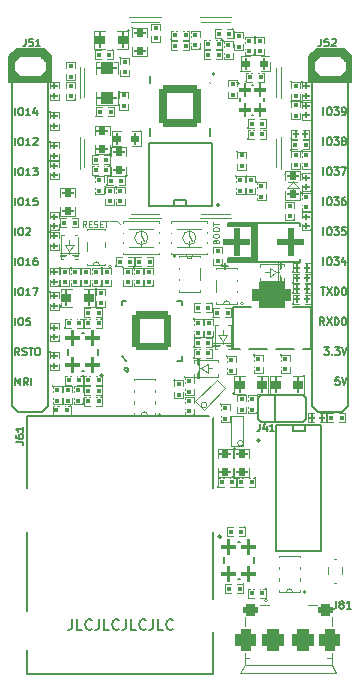
<source format=gto>
G04 #@! TF.GenerationSoftware,KiCad,Pcbnew,6.0.5-a6ca702e91~116~ubuntu20.04.1*
G04 #@! TF.CreationDate,2024-03-03T00:05:47+03:00*
G04 #@! TF.ProjectId,iot-esp-eth-com,696f742d-6573-4702-9d65-74682d636f6d,rev?*
G04 #@! TF.SameCoordinates,PX3072580PYa990340*
G04 #@! TF.FileFunction,Legend,Top*
G04 #@! TF.FilePolarity,Positive*
%FSLAX46Y46*%
G04 Gerber Fmt 4.6, Leading zero omitted, Abs format (unit mm)*
G04 Created by KiCad (PCBNEW 6.0.5-a6ca702e91~116~ubuntu20.04.1) date 2024-03-03 00:05:47*
%MOMM*%
%LPD*%
G01*
G04 APERTURE LIST*
G04 Aperture macros list*
%AMRoundRect*
0 Rectangle with rounded corners*
0 $1 Rounding radius*
0 $2 $3 $4 $5 $6 $7 $8 $9 X,Y pos of 4 corners*
0 Add a 4 corners polygon primitive as box body*
4,1,4,$2,$3,$4,$5,$6,$7,$8,$9,$2,$3,0*
0 Add four circle primitives for the rounded corners*
1,1,$1+$1,$2,$3*
1,1,$1+$1,$4,$5*
1,1,$1+$1,$6,$7*
1,1,$1+$1,$8,$9*
0 Add four rect primitives between the rounded corners*
20,1,$1+$1,$2,$3,$4,$5,0*
20,1,$1+$1,$4,$5,$6,$7,0*
20,1,$1+$1,$6,$7,$8,$9,0*
20,1,$1+$1,$8,$9,$2,$3,0*%
%AMHorizOval*
0 Thick line with rounded ends*
0 $1 width*
0 $2 $3 position (X,Y) of the first rounded end (center of the circle)*
0 $4 $5 position (X,Y) of the second rounded end (center of the circle)*
0 Add line between two ends*
20,1,$1,$2,$3,$4,$5,0*
0 Add two circle primitives to create the rounded ends*
1,1,$1,$2,$3*
1,1,$1,$4,$5*%
G04 Aperture macros list end*
%ADD10C,0.101600*%
%ADD11C,0.127000*%
%ADD12C,0.177800*%
%ADD13C,0.076200*%
%ADD14C,0.152400*%
%ADD15C,0.149860*%
%ADD16C,0.203200*%
%ADD17C,0.120000*%
%ADD18O,1.016000X1.524000*%
%ADD19O,2.540000X1.524000*%
%ADD20C,3.175000*%
%ADD21O,1.778000X2.159000*%
%ADD22O,1.778000X2.209800*%
%ADD23O,1.778000X2.286000*%
%ADD24O,2.540000X3.048000*%
%ADD25RoundRect,0.254000X-0.254000X0.063500X-0.254000X-0.063500X0.254000X-0.063500X0.254000X0.063500X0*%
%ADD26RoundRect,0.254000X0.254000X-0.063500X0.254000X0.063500X-0.254000X0.063500X-0.254000X-0.063500X0*%
%ADD27RoundRect,0.152400X0.038100X0.165100X-0.038100X0.165100X-0.038100X-0.165100X0.038100X-0.165100X0*%
%ADD28O,1.399540X0.599440*%
%ADD29RoundRect,0.152400X-0.165100X0.038100X-0.165100X-0.038100X0.165100X-0.038100X0.165100X0.038100X0*%
%ADD30O,1.016000X2.032000*%
%ADD31RoundRect,0.539750X-1.111250X0.539750X-1.111250X-0.539750X1.111250X-0.539750X1.111250X0.539750X0*%
%ADD32RoundRect,0.152400X0.165100X-0.038100X0.165100X0.038100X-0.165100X0.038100X-0.165100X-0.038100X0*%
%ADD33RoundRect,0.508000X-0.127000X0.190500X-0.127000X-0.190500X0.127000X-0.190500X0.127000X0.190500X0*%
%ADD34RoundRect,0.152400X-0.038100X-0.165100X0.038100X-0.165100X0.038100X0.165100X-0.038100X0.165100X0*%
%ADD35RoundRect,0.508000X0.127000X-0.190500X0.127000X0.190500X-0.127000X0.190500X-0.127000X-0.190500X0*%
%ADD36C,0.508000*%
%ADD37O,0.381000X1.270000*%
%ADD38RoundRect,0.444500X-0.444500X0.508000X-0.444500X-0.508000X0.444500X-0.508000X0.444500X0.508000X0*%
%ADD39RoundRect,0.476250X-0.476250X0.476250X-0.476250X-0.476250X0.476250X-0.476250X0.476250X0.476250X0*%
%ADD40RoundRect,0.254000X-0.381000X0.254000X-0.381000X-0.254000X0.381000X-0.254000X0.381000X0.254000X0*%
%ADD41RoundRect,0.406400X-0.482600X0.101600X-0.482600X-0.101600X0.482600X-0.101600X0.482600X0.101600X0*%
%ADD42RoundRect,0.254000X0.063500X0.254000X-0.063500X0.254000X-0.063500X-0.254000X0.063500X-0.254000X0*%
%ADD43O,0.254000X1.016000*%
%ADD44O,1.016000X0.254000*%
%ADD45RoundRect,0.330200X-1.320800X-1.320800X1.320800X-1.320800X1.320800X1.320800X-1.320800X1.320800X0*%
%ADD46RoundRect,0.335280X0.083820X0.363220X-0.083820X0.363220X-0.083820X-0.363220X0.083820X-0.363220X0*%
%ADD47C,3.048000*%
%ADD48RoundRect,0.254000X-0.063500X-0.254000X0.063500X-0.254000X0.063500X0.254000X-0.063500X0.254000X0*%
%ADD49RoundRect,0.203200X-0.050800X-0.114300X0.050800X-0.114300X0.050800X0.114300X-0.050800X0.114300X0*%
%ADD50O,0.762000X0.914400*%
%ADD51RoundRect,0.203200X0.114300X-0.050800X0.114300X0.050800X-0.114300X0.050800X-0.114300X-0.050800X0*%
%ADD52RoundRect,0.335280X-0.083820X-0.363220X0.083820X-0.363220X0.083820X0.363220X-0.083820X0.363220X0*%
%ADD53O,1.320800X0.508000*%
%ADD54O,0.406400X0.914400*%
%ADD55O,0.914400X0.762000*%
%ADD56O,1.016000X0.812800*%
%ADD57RoundRect,0.203200X-0.114300X0.050800X-0.114300X-0.050800X0.114300X-0.050800X0.114300X0.050800X0*%
%ADD58O,0.762000X0.558800*%
%ADD59O,0.355600X0.635000*%
%ADD60RoundRect,0.914400X-0.228600X-0.292100X0.228600X-0.292100X0.228600X0.292100X-0.228600X0.292100X0*%
%ADD61RoundRect,0.203200X0.050800X0.114300X-0.050800X0.114300X-0.050800X-0.114300X0.050800X-0.114300X0*%
%ADD62O,1.371600X0.558800*%
%ADD63O,1.143000X1.270000*%
%ADD64O,1.143000X0.838200*%
%ADD65HorizOval,0.812800X-0.071842X0.071842X0.071842X-0.071842X0*%
%ADD66RoundRect,0.406400X-0.101600X0.165100X-0.101600X-0.165100X0.101600X-0.165100X0.101600X0.165100X0*%
%ADD67O,0.177800X0.889000*%
%ADD68O,0.889000X0.177800*%
%ADD69RoundRect,0.355600X1.422400X1.422400X-1.422400X1.422400X-1.422400X-1.422400X1.422400X-1.422400X0*%
%ADD70O,4.318000X1.016000*%
%ADD71O,1.016000X4.318000*%
%ADD72O,1.016000X3.302000*%
%ADD73O,3.302000X1.016000*%
G04 APERTURE END LIST*
D10*
X9398000Y36703000D02*
X9652000Y36449000D01*
X8763000Y36703000D02*
X9398000Y36703000D01*
D11*
X741740Y38066739D02*
X741740Y38701739D01*
X1165073Y38701739D02*
X1286026Y38701739D01*
X1346502Y38671500D01*
X1406978Y38611024D01*
X1437216Y38490072D01*
X1437216Y38278405D01*
X1406978Y38157453D01*
X1346502Y38096977D01*
X1286026Y38066739D01*
X1165073Y38066739D01*
X1104597Y38096977D01*
X1044121Y38157453D01*
X1013883Y38278405D01*
X1013883Y38490072D01*
X1044121Y38611024D01*
X1104597Y38671500D01*
X1165073Y38701739D01*
X2041978Y38066739D02*
X1679121Y38066739D01*
X1860550Y38066739D02*
X1860550Y38701739D01*
X1800073Y38611024D01*
X1739597Y38550548D01*
X1679121Y38520310D01*
X2616502Y38701739D02*
X2314121Y38701739D01*
X2283883Y38399358D01*
X2314121Y38429596D01*
X2374597Y38459834D01*
X2525788Y38459834D01*
X2586264Y38429596D01*
X2616502Y38399358D01*
X2646740Y38338881D01*
X2646740Y38187691D01*
X2616502Y38127215D01*
X2586264Y38096977D01*
X2525788Y38066739D01*
X2374597Y38066739D01*
X2314121Y38096977D01*
X2283883Y38127215D01*
X26907973Y27926373D02*
X26696307Y28228754D01*
X26545116Y27926373D02*
X26545116Y28561373D01*
X26787021Y28561373D01*
X26847497Y28531134D01*
X26877735Y28500896D01*
X26907973Y28440420D01*
X26907973Y28349706D01*
X26877735Y28289230D01*
X26847497Y28258992D01*
X26787021Y28228754D01*
X26545116Y28228754D01*
X27119640Y28561373D02*
X27542973Y27926373D01*
X27542973Y28561373D02*
X27119640Y27926373D01*
X27784878Y27926373D02*
X27784878Y28561373D01*
X27936069Y28561373D01*
X28026783Y28531134D01*
X28087259Y28470658D01*
X28117497Y28410182D01*
X28147735Y28289230D01*
X28147735Y28198515D01*
X28117497Y28077563D01*
X28087259Y28017087D01*
X28026783Y27956611D01*
X27936069Y27926373D01*
X27784878Y27926373D01*
X28540830Y28561373D02*
X28601307Y28561373D01*
X28661783Y28531134D01*
X28692021Y28500896D01*
X28722259Y28440420D01*
X28752497Y28319468D01*
X28752497Y28168277D01*
X28722259Y28047325D01*
X28692021Y27986849D01*
X28661783Y27956611D01*
X28601307Y27926373D01*
X28540830Y27926373D01*
X28480354Y27956611D01*
X28450116Y27986849D01*
X28419878Y28047325D01*
X28389640Y28168277D01*
X28389640Y28319468D01*
X28419878Y28440420D01*
X28450116Y28500896D01*
X28480354Y28531134D01*
X28540830Y28561373D01*
X1104597Y25366739D02*
X892930Y25669120D01*
X741740Y25366739D02*
X741740Y26001739D01*
X983645Y26001739D01*
X1044121Y25971500D01*
X1074359Y25941262D01*
X1104597Y25880786D01*
X1104597Y25790072D01*
X1074359Y25729596D01*
X1044121Y25699358D01*
X983645Y25669120D01*
X741740Y25669120D01*
X1346502Y25396977D02*
X1437216Y25366739D01*
X1588407Y25366739D01*
X1648883Y25396977D01*
X1679121Y25427215D01*
X1709359Y25487691D01*
X1709359Y25548167D01*
X1679121Y25608643D01*
X1648883Y25638881D01*
X1588407Y25669120D01*
X1467454Y25699358D01*
X1406978Y25729596D01*
X1376740Y25759834D01*
X1346502Y25820310D01*
X1346502Y25880786D01*
X1376740Y25941262D01*
X1406978Y25971500D01*
X1467454Y26001739D01*
X1618645Y26001739D01*
X1709359Y25971500D01*
X1890788Y26001739D02*
X2253645Y26001739D01*
X2072216Y25366739D02*
X2072216Y26001739D01*
X2586264Y26001739D02*
X2707216Y26001739D01*
X2767692Y25971500D01*
X2828169Y25911024D01*
X2858407Y25790072D01*
X2858407Y25578405D01*
X2828169Y25457453D01*
X2767692Y25396977D01*
X2707216Y25366739D01*
X2586264Y25366739D01*
X2525788Y25396977D01*
X2465311Y25457453D01*
X2435073Y25578405D01*
X2435073Y25790072D01*
X2465311Y25911024D01*
X2525788Y25971500D01*
X2586264Y26001739D01*
X26847497Y40626373D02*
X26847497Y41261373D01*
X27270830Y41261373D02*
X27391783Y41261373D01*
X27452259Y41231134D01*
X27512735Y41170658D01*
X27542973Y41049706D01*
X27542973Y40838039D01*
X27512735Y40717087D01*
X27452259Y40656611D01*
X27391783Y40626373D01*
X27270830Y40626373D01*
X27210354Y40656611D01*
X27149878Y40717087D01*
X27119640Y40838039D01*
X27119640Y41049706D01*
X27149878Y41170658D01*
X27210354Y41231134D01*
X27270830Y41261373D01*
X27754640Y41261373D02*
X28147735Y41261373D01*
X27936069Y41019468D01*
X28026783Y41019468D01*
X28087259Y40989230D01*
X28117497Y40958992D01*
X28147735Y40898515D01*
X28147735Y40747325D01*
X28117497Y40686849D01*
X28087259Y40656611D01*
X28026783Y40626373D01*
X27845354Y40626373D01*
X27784878Y40656611D01*
X27754640Y40686849D01*
X28359402Y41261373D02*
X28782735Y41261373D01*
X28510592Y40626373D01*
X26847497Y43166373D02*
X26847497Y43801373D01*
X27270830Y43801373D02*
X27391783Y43801373D01*
X27452259Y43771134D01*
X27512735Y43710658D01*
X27542973Y43589706D01*
X27542973Y43378039D01*
X27512735Y43257087D01*
X27452259Y43196611D01*
X27391783Y43166373D01*
X27270830Y43166373D01*
X27210354Y43196611D01*
X27149878Y43257087D01*
X27119640Y43378039D01*
X27119640Y43589706D01*
X27149878Y43710658D01*
X27210354Y43771134D01*
X27270830Y43801373D01*
X27754640Y43801373D02*
X28147735Y43801373D01*
X27936069Y43559468D01*
X28026783Y43559468D01*
X28087259Y43529230D01*
X28117497Y43498992D01*
X28147735Y43438515D01*
X28147735Y43287325D01*
X28117497Y43226849D01*
X28087259Y43196611D01*
X28026783Y43166373D01*
X27845354Y43166373D01*
X27784878Y43196611D01*
X27754640Y43226849D01*
X28510592Y43529230D02*
X28450116Y43559468D01*
X28419878Y43589706D01*
X28389640Y43650182D01*
X28389640Y43680420D01*
X28419878Y43740896D01*
X28450116Y43771134D01*
X28510592Y43801373D01*
X28631545Y43801373D01*
X28692021Y43771134D01*
X28722259Y43740896D01*
X28752497Y43680420D01*
X28752497Y43650182D01*
X28722259Y43589706D01*
X28692021Y43559468D01*
X28631545Y43529230D01*
X28510592Y43529230D01*
X28450116Y43498992D01*
X28419878Y43468754D01*
X28389640Y43408277D01*
X28389640Y43287325D01*
X28419878Y43226849D01*
X28450116Y43196611D01*
X28510592Y43166373D01*
X28631545Y43166373D01*
X28692021Y43196611D01*
X28722259Y43226849D01*
X28752497Y43287325D01*
X28752497Y43408277D01*
X28722259Y43468754D01*
X28692021Y43498992D01*
X28631545Y43529230D01*
D10*
X6755190Y36219191D02*
X6585857Y36461096D01*
X6464904Y36219191D02*
X6464904Y36727191D01*
X6658428Y36727191D01*
X6706809Y36703000D01*
X6731000Y36678810D01*
X6755190Y36630429D01*
X6755190Y36557858D01*
X6731000Y36509477D01*
X6706809Y36485286D01*
X6658428Y36461096D01*
X6464904Y36461096D01*
X6972904Y36485286D02*
X7142238Y36485286D01*
X7214809Y36219191D02*
X6972904Y36219191D01*
X6972904Y36727191D01*
X7214809Y36727191D01*
X7408333Y36243381D02*
X7480904Y36219191D01*
X7601857Y36219191D01*
X7650238Y36243381D01*
X7674428Y36267572D01*
X7698619Y36315953D01*
X7698619Y36364334D01*
X7674428Y36412715D01*
X7650238Y36436905D01*
X7601857Y36461096D01*
X7505095Y36485286D01*
X7456714Y36509477D01*
X7432523Y36533667D01*
X7408333Y36582048D01*
X7408333Y36630429D01*
X7432523Y36678810D01*
X7456714Y36703000D01*
X7505095Y36727191D01*
X7626047Y36727191D01*
X7698619Y36703000D01*
X7916333Y36485286D02*
X8085666Y36485286D01*
X8158238Y36219191D02*
X7916333Y36219191D01*
X7916333Y36727191D01*
X8158238Y36727191D01*
X8303380Y36727191D02*
X8593666Y36727191D01*
X8448523Y36219191D02*
X8448523Y36727191D01*
D11*
X741740Y40606739D02*
X741740Y41241739D01*
X1165073Y41241739D02*
X1286026Y41241739D01*
X1346502Y41211500D01*
X1406978Y41151024D01*
X1437216Y41030072D01*
X1437216Y40818405D01*
X1406978Y40697453D01*
X1346502Y40636977D01*
X1286026Y40606739D01*
X1165073Y40606739D01*
X1104597Y40636977D01*
X1044121Y40697453D01*
X1013883Y40818405D01*
X1013883Y41030072D01*
X1044121Y41151024D01*
X1104597Y41211500D01*
X1165073Y41241739D01*
X2041978Y40606739D02*
X1679121Y40606739D01*
X1860550Y40606739D02*
X1860550Y41241739D01*
X1800073Y41151024D01*
X1739597Y41090548D01*
X1679121Y41060310D01*
X2253645Y41241739D02*
X2646740Y41241739D01*
X2435073Y40999834D01*
X2525788Y40999834D01*
X2586264Y40969596D01*
X2616502Y40939358D01*
X2646740Y40878881D01*
X2646740Y40727691D01*
X2616502Y40667215D01*
X2586264Y40636977D01*
X2525788Y40606739D01*
X2344359Y40606739D01*
X2283883Y40636977D01*
X2253645Y40667215D01*
D10*
X17743714Y34997572D02*
X17767904Y35070143D01*
X17792095Y35094334D01*
X17840476Y35118524D01*
X17913047Y35118524D01*
X17961428Y35094334D01*
X17985619Y35070143D01*
X18009809Y35021762D01*
X18009809Y34828239D01*
X17501809Y34828239D01*
X17501809Y34997572D01*
X17526000Y35045953D01*
X17550190Y35070143D01*
X17598571Y35094334D01*
X17646952Y35094334D01*
X17695333Y35070143D01*
X17719523Y35045953D01*
X17743714Y34997572D01*
X17743714Y34828239D01*
X17501809Y35433000D02*
X17501809Y35529762D01*
X17526000Y35578143D01*
X17574380Y35626524D01*
X17671142Y35650715D01*
X17840476Y35650715D01*
X17937238Y35626524D01*
X17985619Y35578143D01*
X18009809Y35529762D01*
X18009809Y35433000D01*
X17985619Y35384620D01*
X17937238Y35336239D01*
X17840476Y35312048D01*
X17671142Y35312048D01*
X17574380Y35336239D01*
X17526000Y35384620D01*
X17501809Y35433000D01*
X17501809Y35965191D02*
X17501809Y36061953D01*
X17526000Y36110334D01*
X17574380Y36158715D01*
X17671142Y36182905D01*
X17840476Y36182905D01*
X17937238Y36158715D01*
X17985619Y36110334D01*
X18009809Y36061953D01*
X18009809Y35965191D01*
X17985619Y35916810D01*
X17937238Y35868429D01*
X17840476Y35844239D01*
X17671142Y35844239D01*
X17574380Y35868429D01*
X17526000Y35916810D01*
X17501809Y35965191D01*
X17501809Y36328048D02*
X17501809Y36618334D01*
X18009809Y36473191D02*
X17501809Y36473191D01*
D12*
X5596466Y3026834D02*
X5596466Y2391834D01*
X5554133Y2264834D01*
X5469466Y2180167D01*
X5342466Y2137834D01*
X5257800Y2137834D01*
X6443133Y2137834D02*
X6019800Y2137834D01*
X6019800Y3026834D01*
X7247466Y2222500D02*
X7205133Y2180167D01*
X7078133Y2137834D01*
X6993466Y2137834D01*
X6866466Y2180167D01*
X6781800Y2264834D01*
X6739466Y2349500D01*
X6697133Y2518834D01*
X6697133Y2645834D01*
X6739466Y2815167D01*
X6781800Y2899834D01*
X6866466Y2984500D01*
X6993466Y3026834D01*
X7078133Y3026834D01*
X7205133Y2984500D01*
X7247466Y2942167D01*
X7882466Y3026834D02*
X7882466Y2391834D01*
X7840133Y2264834D01*
X7755466Y2180167D01*
X7628466Y2137834D01*
X7543800Y2137834D01*
X8729133Y2137834D02*
X8305800Y2137834D01*
X8305800Y3026834D01*
X9533466Y2222500D02*
X9491133Y2180167D01*
X9364133Y2137834D01*
X9279466Y2137834D01*
X9152466Y2180167D01*
X9067800Y2264834D01*
X9025466Y2349500D01*
X8983133Y2518834D01*
X8983133Y2645834D01*
X9025466Y2815167D01*
X9067800Y2899834D01*
X9152466Y2984500D01*
X9279466Y3026834D01*
X9364133Y3026834D01*
X9491133Y2984500D01*
X9533466Y2942167D01*
X10168466Y3026834D02*
X10168466Y2391834D01*
X10126133Y2264834D01*
X10041466Y2180167D01*
X9914466Y2137834D01*
X9829800Y2137834D01*
X11015133Y2137834D02*
X10591800Y2137834D01*
X10591800Y3026834D01*
X11819466Y2222500D02*
X11777133Y2180167D01*
X11650133Y2137834D01*
X11565466Y2137834D01*
X11438466Y2180167D01*
X11353800Y2264834D01*
X11311466Y2349500D01*
X11269133Y2518834D01*
X11269133Y2645834D01*
X11311466Y2815167D01*
X11353800Y2899834D01*
X11438466Y2984500D01*
X11565466Y3026834D01*
X11650133Y3026834D01*
X11777133Y2984500D01*
X11819466Y2942167D01*
X12454466Y3026834D02*
X12454466Y2391834D01*
X12412133Y2264834D01*
X12327466Y2180167D01*
X12200466Y2137834D01*
X12115800Y2137834D01*
X13301133Y2137834D02*
X12877800Y2137834D01*
X12877800Y3026834D01*
X14105466Y2222500D02*
X14063133Y2180167D01*
X13936133Y2137834D01*
X13851466Y2137834D01*
X13724466Y2180167D01*
X13639800Y2264834D01*
X13597466Y2349500D01*
X13555133Y2518834D01*
X13555133Y2645834D01*
X13597466Y2815167D01*
X13639800Y2899834D01*
X13724466Y2984500D01*
X13851466Y3026834D01*
X13936133Y3026834D01*
X14063133Y2984500D01*
X14105466Y2942167D01*
X5596466Y3026834D02*
X5596466Y2391834D01*
X5554133Y2264834D01*
X5469466Y2180167D01*
X5342466Y2137834D01*
X5257800Y2137834D01*
X6443133Y2137834D02*
X6019800Y2137834D01*
X6019800Y3026834D01*
X7247466Y2222500D02*
X7205133Y2180167D01*
X7078133Y2137834D01*
X6993466Y2137834D01*
X6866466Y2180167D01*
X6781800Y2264834D01*
X6739466Y2349500D01*
X6697133Y2518834D01*
X6697133Y2645834D01*
X6739466Y2815167D01*
X6781800Y2899834D01*
X6866466Y2984500D01*
X6993466Y3026834D01*
X7078133Y3026834D01*
X7205133Y2984500D01*
X7247466Y2942167D01*
X7882466Y3026834D02*
X7882466Y2391834D01*
X7840133Y2264834D01*
X7755466Y2180167D01*
X7628466Y2137834D01*
X7543800Y2137834D01*
X8729133Y2137834D02*
X8305800Y2137834D01*
X8305800Y3026834D01*
X9533466Y2222500D02*
X9491133Y2180167D01*
X9364133Y2137834D01*
X9279466Y2137834D01*
X9152466Y2180167D01*
X9067800Y2264834D01*
X9025466Y2349500D01*
X8983133Y2518834D01*
X8983133Y2645834D01*
X9025466Y2815167D01*
X9067800Y2899834D01*
X9152466Y2984500D01*
X9279466Y3026834D01*
X9364133Y3026834D01*
X9491133Y2984500D01*
X9533466Y2942167D01*
X10168466Y3026834D02*
X10168466Y2391834D01*
X10126133Y2264834D01*
X10041466Y2180167D01*
X9914466Y2137834D01*
X9829800Y2137834D01*
X11015133Y2137834D02*
X10591800Y2137834D01*
X10591800Y3026834D01*
X11819466Y2222500D02*
X11777133Y2180167D01*
X11650133Y2137834D01*
X11565466Y2137834D01*
X11438466Y2180167D01*
X11353800Y2264834D01*
X11311466Y2349500D01*
X11269133Y2518834D01*
X11269133Y2645834D01*
X11311466Y2815167D01*
X11353800Y2899834D01*
X11438466Y2984500D01*
X11565466Y3026834D01*
X11650133Y3026834D01*
X11777133Y2984500D01*
X11819466Y2942167D01*
X12454466Y3026834D02*
X12454466Y2391834D01*
X12412133Y2264834D01*
X12327466Y2180167D01*
X12200466Y2137834D01*
X12115800Y2137834D01*
X13301133Y2137834D02*
X12877800Y2137834D01*
X12877800Y3026834D01*
X14105466Y2222500D02*
X14063133Y2180167D01*
X13936133Y2137834D01*
X13851466Y2137834D01*
X13724466Y2180167D01*
X13639800Y2264834D01*
X13597466Y2349500D01*
X13555133Y2518834D01*
X13555133Y2645834D01*
X13597466Y2815167D01*
X13639800Y2899834D01*
X13724466Y2984500D01*
X13851466Y3026834D01*
X13936133Y3026834D01*
X14063133Y2984500D01*
X14105466Y2942167D01*
D11*
X741740Y45686739D02*
X741740Y46321739D01*
X1165073Y46321739D02*
X1286026Y46321739D01*
X1346502Y46291500D01*
X1406978Y46231024D01*
X1437216Y46110072D01*
X1437216Y45898405D01*
X1406978Y45777453D01*
X1346502Y45716977D01*
X1286026Y45686739D01*
X1165073Y45686739D01*
X1104597Y45716977D01*
X1044121Y45777453D01*
X1013883Y45898405D01*
X1013883Y46110072D01*
X1044121Y46231024D01*
X1104597Y46291500D01*
X1165073Y46321739D01*
X2041978Y45686739D02*
X1679121Y45686739D01*
X1860550Y45686739D02*
X1860550Y46321739D01*
X1800073Y46231024D01*
X1739597Y46170548D01*
X1679121Y46140310D01*
X2586264Y46110072D02*
X2586264Y45686739D01*
X2435073Y46351977D02*
X2283883Y45898405D01*
X2676978Y45898405D01*
X741740Y27906739D02*
X741740Y28541739D01*
X1165073Y28541739D02*
X1286026Y28541739D01*
X1346502Y28511500D01*
X1406978Y28451024D01*
X1437216Y28330072D01*
X1437216Y28118405D01*
X1406978Y27997453D01*
X1346502Y27936977D01*
X1286026Y27906739D01*
X1165073Y27906739D01*
X1104597Y27936977D01*
X1044121Y27997453D01*
X1013883Y28118405D01*
X1013883Y28330072D01*
X1044121Y28451024D01*
X1104597Y28511500D01*
X1165073Y28541739D01*
X2011740Y28541739D02*
X1709359Y28541739D01*
X1679121Y28239358D01*
X1709359Y28269596D01*
X1769835Y28299834D01*
X1921026Y28299834D01*
X1981502Y28269596D01*
X2011740Y28239358D01*
X2041978Y28178881D01*
X2041978Y28027691D01*
X2011740Y27967215D01*
X1981502Y27936977D01*
X1921026Y27906739D01*
X1769835Y27906739D01*
X1709359Y27936977D01*
X1679121Y27967215D01*
X26605592Y31101373D02*
X26968450Y31101373D01*
X26787021Y30466373D02*
X26787021Y31101373D01*
X27119640Y31101373D02*
X27542973Y30466373D01*
X27542973Y31101373D02*
X27119640Y30466373D01*
X27784878Y30466373D02*
X27784878Y31101373D01*
X27936069Y31101373D01*
X28026783Y31071134D01*
X28087259Y31010658D01*
X28117497Y30950182D01*
X28147735Y30829230D01*
X28147735Y30738515D01*
X28117497Y30617563D01*
X28087259Y30557087D01*
X28026783Y30496611D01*
X27936069Y30466373D01*
X27784878Y30466373D01*
X28540830Y31101373D02*
X28601307Y31101373D01*
X28661783Y31071134D01*
X28692021Y31040896D01*
X28722259Y30980420D01*
X28752497Y30859468D01*
X28752497Y30708277D01*
X28722259Y30587325D01*
X28692021Y30526849D01*
X28661783Y30496611D01*
X28601307Y30466373D01*
X28540830Y30466373D01*
X28480354Y30496611D01*
X28450116Y30526849D01*
X28419878Y30587325D01*
X28389640Y30708277D01*
X28389640Y30859468D01*
X28419878Y30980420D01*
X28450116Y31040896D01*
X28480354Y31071134D01*
X28540830Y31101373D01*
X741740Y22826739D02*
X741740Y23461739D01*
X953407Y23008167D01*
X1165073Y23461739D01*
X1165073Y22826739D01*
X1830311Y22826739D02*
X1618645Y23129120D01*
X1467454Y22826739D02*
X1467454Y23461739D01*
X1709359Y23461739D01*
X1769835Y23431500D01*
X1800073Y23401262D01*
X1830311Y23340786D01*
X1830311Y23250072D01*
X1800073Y23189596D01*
X1769835Y23159358D01*
X1709359Y23129120D01*
X1467454Y23129120D01*
X2102454Y22826739D02*
X2102454Y23461739D01*
X26907973Y26021373D02*
X27301069Y26021373D01*
X27089402Y25779468D01*
X27180116Y25779468D01*
X27240592Y25749230D01*
X27270830Y25718992D01*
X27301069Y25658515D01*
X27301069Y25507325D01*
X27270830Y25446849D01*
X27240592Y25416611D01*
X27180116Y25386373D01*
X26998688Y25386373D01*
X26938211Y25416611D01*
X26907973Y25446849D01*
X27573211Y25446849D02*
X27603450Y25416611D01*
X27573211Y25386373D01*
X27542973Y25416611D01*
X27573211Y25446849D01*
X27573211Y25386373D01*
X27815116Y26021373D02*
X28208211Y26021373D01*
X27996545Y25779468D01*
X28087259Y25779468D01*
X28147735Y25749230D01*
X28177973Y25718992D01*
X28208211Y25658515D01*
X28208211Y25507325D01*
X28177973Y25446849D01*
X28147735Y25416611D01*
X28087259Y25386373D01*
X27905830Y25386373D01*
X27845354Y25416611D01*
X27815116Y25446849D01*
X28389640Y26021373D02*
X28601307Y25386373D01*
X28812973Y26021373D01*
X741740Y43146739D02*
X741740Y43781739D01*
X1165073Y43781739D02*
X1286026Y43781739D01*
X1346502Y43751500D01*
X1406978Y43691024D01*
X1437216Y43570072D01*
X1437216Y43358405D01*
X1406978Y43237453D01*
X1346502Y43176977D01*
X1286026Y43146739D01*
X1165073Y43146739D01*
X1104597Y43176977D01*
X1044121Y43237453D01*
X1013883Y43358405D01*
X1013883Y43570072D01*
X1044121Y43691024D01*
X1104597Y43751500D01*
X1165073Y43781739D01*
X2041978Y43146739D02*
X1679121Y43146739D01*
X1860550Y43146739D02*
X1860550Y43781739D01*
X1800073Y43691024D01*
X1739597Y43630548D01*
X1679121Y43600310D01*
X2283883Y43721262D02*
X2314121Y43751500D01*
X2374597Y43781739D01*
X2525788Y43781739D01*
X2586264Y43751500D01*
X2616502Y43721262D01*
X2646740Y43660786D01*
X2646740Y43600310D01*
X2616502Y43509596D01*
X2253645Y43146739D01*
X2646740Y43146739D01*
X26847497Y33006373D02*
X26847497Y33641373D01*
X27270830Y33641373D02*
X27391783Y33641373D01*
X27452259Y33611134D01*
X27512735Y33550658D01*
X27542973Y33429706D01*
X27542973Y33218039D01*
X27512735Y33097087D01*
X27452259Y33036611D01*
X27391783Y33006373D01*
X27270830Y33006373D01*
X27210354Y33036611D01*
X27149878Y33097087D01*
X27119640Y33218039D01*
X27119640Y33429706D01*
X27149878Y33550658D01*
X27210354Y33611134D01*
X27270830Y33641373D01*
X27754640Y33641373D02*
X28147735Y33641373D01*
X27936069Y33399468D01*
X28026783Y33399468D01*
X28087259Y33369230D01*
X28117497Y33338992D01*
X28147735Y33278515D01*
X28147735Y33127325D01*
X28117497Y33066849D01*
X28087259Y33036611D01*
X28026783Y33006373D01*
X27845354Y33006373D01*
X27784878Y33036611D01*
X27754640Y33066849D01*
X28692021Y33429706D02*
X28692021Y33006373D01*
X28540830Y33671611D02*
X28389640Y33218039D01*
X28782735Y33218039D01*
X28177973Y23481373D02*
X27875592Y23481373D01*
X27845354Y23178992D01*
X27875592Y23209230D01*
X27936069Y23239468D01*
X28087259Y23239468D01*
X28147735Y23209230D01*
X28177973Y23178992D01*
X28208211Y23118515D01*
X28208211Y22967325D01*
X28177973Y22906849D01*
X28147735Y22876611D01*
X28087259Y22846373D01*
X27936069Y22846373D01*
X27875592Y22876611D01*
X27845354Y22906849D01*
X28389640Y23481373D02*
X28601307Y22846373D01*
X28812973Y23481373D01*
X26847497Y45706373D02*
X26847497Y46341373D01*
X27270830Y46341373D02*
X27391783Y46341373D01*
X27452259Y46311134D01*
X27512735Y46250658D01*
X27542973Y46129706D01*
X27542973Y45918039D01*
X27512735Y45797087D01*
X27452259Y45736611D01*
X27391783Y45706373D01*
X27270830Y45706373D01*
X27210354Y45736611D01*
X27149878Y45797087D01*
X27119640Y45918039D01*
X27119640Y46129706D01*
X27149878Y46250658D01*
X27210354Y46311134D01*
X27270830Y46341373D01*
X27754640Y46341373D02*
X28147735Y46341373D01*
X27936069Y46099468D01*
X28026783Y46099468D01*
X28087259Y46069230D01*
X28117497Y46038992D01*
X28147735Y45978515D01*
X28147735Y45827325D01*
X28117497Y45766849D01*
X28087259Y45736611D01*
X28026783Y45706373D01*
X27845354Y45706373D01*
X27784878Y45736611D01*
X27754640Y45766849D01*
X28450116Y45706373D02*
X28571069Y45706373D01*
X28631545Y45736611D01*
X28661783Y45766849D01*
X28722259Y45857563D01*
X28752497Y45978515D01*
X28752497Y46220420D01*
X28722259Y46280896D01*
X28692021Y46311134D01*
X28631545Y46341373D01*
X28510592Y46341373D01*
X28450116Y46311134D01*
X28419878Y46280896D01*
X28389640Y46220420D01*
X28389640Y46069230D01*
X28419878Y46008754D01*
X28450116Y45978515D01*
X28510592Y45948277D01*
X28631545Y45948277D01*
X28692021Y45978515D01*
X28722259Y46008754D01*
X28752497Y46069230D01*
X741740Y32986739D02*
X741740Y33621739D01*
X1165073Y33621739D02*
X1286026Y33621739D01*
X1346502Y33591500D01*
X1406978Y33531024D01*
X1437216Y33410072D01*
X1437216Y33198405D01*
X1406978Y33077453D01*
X1346502Y33016977D01*
X1286026Y32986739D01*
X1165073Y32986739D01*
X1104597Y33016977D01*
X1044121Y33077453D01*
X1013883Y33198405D01*
X1013883Y33410072D01*
X1044121Y33531024D01*
X1104597Y33591500D01*
X1165073Y33621739D01*
X2041978Y32986739D02*
X1679121Y32986739D01*
X1860550Y32986739D02*
X1860550Y33621739D01*
X1800073Y33531024D01*
X1739597Y33470548D01*
X1679121Y33440310D01*
X2586264Y33621739D02*
X2465311Y33621739D01*
X2404835Y33591500D01*
X2374597Y33561262D01*
X2314121Y33470548D01*
X2283883Y33349596D01*
X2283883Y33107691D01*
X2314121Y33047215D01*
X2344359Y33016977D01*
X2404835Y32986739D01*
X2525788Y32986739D01*
X2586264Y33016977D01*
X2616502Y33047215D01*
X2646740Y33107691D01*
X2646740Y33258881D01*
X2616502Y33319358D01*
X2586264Y33349596D01*
X2525788Y33379834D01*
X2404835Y33379834D01*
X2344359Y33349596D01*
X2314121Y33319358D01*
X2283883Y33258881D01*
X26847497Y38086373D02*
X26847497Y38721373D01*
X27270830Y38721373D02*
X27391783Y38721373D01*
X27452259Y38691134D01*
X27512735Y38630658D01*
X27542973Y38509706D01*
X27542973Y38298039D01*
X27512735Y38177087D01*
X27452259Y38116611D01*
X27391783Y38086373D01*
X27270830Y38086373D01*
X27210354Y38116611D01*
X27149878Y38177087D01*
X27119640Y38298039D01*
X27119640Y38509706D01*
X27149878Y38630658D01*
X27210354Y38691134D01*
X27270830Y38721373D01*
X27754640Y38721373D02*
X28147735Y38721373D01*
X27936069Y38479468D01*
X28026783Y38479468D01*
X28087259Y38449230D01*
X28117497Y38418992D01*
X28147735Y38358515D01*
X28147735Y38207325D01*
X28117497Y38146849D01*
X28087259Y38116611D01*
X28026783Y38086373D01*
X27845354Y38086373D01*
X27784878Y38116611D01*
X27754640Y38146849D01*
X28692021Y38721373D02*
X28571069Y38721373D01*
X28510592Y38691134D01*
X28480354Y38660896D01*
X28419878Y38570182D01*
X28389640Y38449230D01*
X28389640Y38207325D01*
X28419878Y38146849D01*
X28450116Y38116611D01*
X28510592Y38086373D01*
X28631545Y38086373D01*
X28692021Y38116611D01*
X28722259Y38146849D01*
X28752497Y38207325D01*
X28752497Y38358515D01*
X28722259Y38418992D01*
X28692021Y38449230D01*
X28631545Y38479468D01*
X28510592Y38479468D01*
X28450116Y38449230D01*
X28419878Y38418992D01*
X28389640Y38358515D01*
X26847497Y35546373D02*
X26847497Y36181373D01*
X27270830Y36181373D02*
X27391783Y36181373D01*
X27452259Y36151134D01*
X27512735Y36090658D01*
X27542973Y35969706D01*
X27542973Y35758039D01*
X27512735Y35637087D01*
X27452259Y35576611D01*
X27391783Y35546373D01*
X27270830Y35546373D01*
X27210354Y35576611D01*
X27149878Y35637087D01*
X27119640Y35758039D01*
X27119640Y35969706D01*
X27149878Y36090658D01*
X27210354Y36151134D01*
X27270830Y36181373D01*
X27754640Y36181373D02*
X28147735Y36181373D01*
X27936069Y35939468D01*
X28026783Y35939468D01*
X28087259Y35909230D01*
X28117497Y35878992D01*
X28147735Y35818515D01*
X28147735Y35667325D01*
X28117497Y35606849D01*
X28087259Y35576611D01*
X28026783Y35546373D01*
X27845354Y35546373D01*
X27784878Y35576611D01*
X27754640Y35606849D01*
X28722259Y36181373D02*
X28419878Y36181373D01*
X28389640Y35878992D01*
X28419878Y35909230D01*
X28480354Y35939468D01*
X28631545Y35939468D01*
X28692021Y35909230D01*
X28722259Y35878992D01*
X28752497Y35818515D01*
X28752497Y35667325D01*
X28722259Y35606849D01*
X28692021Y35576611D01*
X28631545Y35546373D01*
X28480354Y35546373D01*
X28419878Y35576611D01*
X28389640Y35606849D01*
X741740Y30446739D02*
X741740Y31081739D01*
X1165073Y31081739D02*
X1286026Y31081739D01*
X1346502Y31051500D01*
X1406978Y30991024D01*
X1437216Y30870072D01*
X1437216Y30658405D01*
X1406978Y30537453D01*
X1346502Y30476977D01*
X1286026Y30446739D01*
X1165073Y30446739D01*
X1104597Y30476977D01*
X1044121Y30537453D01*
X1013883Y30658405D01*
X1013883Y30870072D01*
X1044121Y30991024D01*
X1104597Y31051500D01*
X1165073Y31081739D01*
X2041978Y30446739D02*
X1679121Y30446739D01*
X1860550Y30446739D02*
X1860550Y31081739D01*
X1800073Y30991024D01*
X1739597Y30930548D01*
X1679121Y30900310D01*
X2253645Y31081739D02*
X2676978Y31081739D01*
X2404835Y30446739D01*
X741740Y35526739D02*
X741740Y36161739D01*
X1165073Y36161739D02*
X1286026Y36161739D01*
X1346502Y36131500D01*
X1406978Y36071024D01*
X1437216Y35950072D01*
X1437216Y35738405D01*
X1406978Y35617453D01*
X1346502Y35556977D01*
X1286026Y35526739D01*
X1165073Y35526739D01*
X1104597Y35556977D01*
X1044121Y35617453D01*
X1013883Y35738405D01*
X1013883Y35950072D01*
X1044121Y36071024D01*
X1104597Y36131500D01*
X1165073Y36161739D01*
X1679121Y36101262D02*
X1709359Y36131500D01*
X1769835Y36161739D01*
X1921026Y36161739D01*
X1981502Y36131500D01*
X2011740Y36101262D01*
X2041978Y36040786D01*
X2041978Y35980310D01*
X2011740Y35889596D01*
X1648883Y35526739D01*
X2041978Y35526739D01*
G04 #@! TO.C,J81*
X27933952Y4538739D02*
X27933952Y4085167D01*
X27903714Y3994453D01*
X27843238Y3933977D01*
X27752523Y3903739D01*
X27692047Y3903739D01*
X28327047Y4266596D02*
X28266571Y4296834D01*
X28236333Y4327072D01*
X28206095Y4387548D01*
X28206095Y4417786D01*
X28236333Y4478262D01*
X28266571Y4508500D01*
X28327047Y4538739D01*
X28448000Y4538739D01*
X28508476Y4508500D01*
X28538714Y4478262D01*
X28568952Y4417786D01*
X28568952Y4387548D01*
X28538714Y4327072D01*
X28508476Y4296834D01*
X28448000Y4266596D01*
X28327047Y4266596D01*
X28266571Y4236358D01*
X28236333Y4206120D01*
X28206095Y4145643D01*
X28206095Y4024691D01*
X28236333Y3964215D01*
X28266571Y3933977D01*
X28327047Y3903739D01*
X28448000Y3903739D01*
X28508476Y3933977D01*
X28538714Y3964215D01*
X28568952Y4024691D01*
X28568952Y4145643D01*
X28538714Y4206120D01*
X28508476Y4236358D01*
X28448000Y4266596D01*
X29173714Y3903739D02*
X28810857Y3903739D01*
X28992285Y3903739D02*
X28992285Y4538739D01*
X28931809Y4448024D01*
X28871333Y4387548D01*
X28810857Y4357310D01*
G04 #@! TO.C,J41*
X21456952Y19575539D02*
X21456952Y19121967D01*
X21426714Y19031253D01*
X21366238Y18970777D01*
X21275523Y18940539D01*
X21215047Y18940539D01*
X22031476Y19363872D02*
X22031476Y18940539D01*
X21880285Y19605777D02*
X21729095Y19152205D01*
X22122190Y19152205D01*
X22696714Y18940539D02*
X22333857Y18940539D01*
X22515285Y18940539D02*
X22515285Y19575539D01*
X22454809Y19484824D01*
X22394333Y19424348D01*
X22333857Y19394110D01*
G04 #@! TO.C,J52*
X26663952Y52163739D02*
X26663952Y51710167D01*
X26633714Y51619453D01*
X26573238Y51558977D01*
X26482523Y51528739D01*
X26422047Y51528739D01*
X27268714Y52163739D02*
X26966333Y52163739D01*
X26936095Y51861358D01*
X26966333Y51891596D01*
X27026809Y51921834D01*
X27178000Y51921834D01*
X27238476Y51891596D01*
X27268714Y51861358D01*
X27298952Y51800881D01*
X27298952Y51649691D01*
X27268714Y51589215D01*
X27238476Y51558977D01*
X27178000Y51528739D01*
X27026809Y51528739D01*
X26966333Y51558977D01*
X26936095Y51589215D01*
X27540857Y52103262D02*
X27571095Y52133500D01*
X27631571Y52163739D01*
X27782761Y52163739D01*
X27843238Y52133500D01*
X27873476Y52103262D01*
X27903714Y52042786D01*
X27903714Y51982310D01*
X27873476Y51891596D01*
X27510619Y51528739D01*
X27903714Y51528739D01*
G04 #@! TO.C,C42*
X18284095Y32939643D02*
X18767904Y32939643D01*
X18526000Y32697739D02*
X18526000Y33181548D01*
G04 #@! TO.C,J51*
X1644952Y52163739D02*
X1644952Y51710167D01*
X1614714Y51619453D01*
X1554238Y51558977D01*
X1463523Y51528739D01*
X1403047Y51528739D01*
X2249714Y52163739D02*
X1947333Y52163739D01*
X1917095Y51861358D01*
X1947333Y51891596D01*
X2007809Y51921834D01*
X2159000Y51921834D01*
X2219476Y51891596D01*
X2249714Y51861358D01*
X2279952Y51800881D01*
X2279952Y51649691D01*
X2249714Y51589215D01*
X2219476Y51558977D01*
X2159000Y51528739D01*
X2007809Y51528739D01*
X1947333Y51558977D01*
X1917095Y51589215D01*
X2884714Y51528739D02*
X2521857Y51528739D01*
X2703285Y51528739D02*
X2703285Y52163739D01*
X2642809Y52073024D01*
X2582333Y52012548D01*
X2521857Y51982310D01*
G04 #@! TO.C,J61*
X795261Y18027953D02*
X1248833Y18027953D01*
X1339547Y17997715D01*
X1400023Y17937239D01*
X1430261Y17846524D01*
X1430261Y17786048D01*
X795261Y18602477D02*
X795261Y18481524D01*
X825500Y18421048D01*
X855738Y18390810D01*
X946452Y18330334D01*
X1067404Y18300096D01*
X1309309Y18300096D01*
X1369785Y18330334D01*
X1400023Y18360572D01*
X1430261Y18421048D01*
X1430261Y18542000D01*
X1400023Y18602477D01*
X1369785Y18632715D01*
X1309309Y18662953D01*
X1158119Y18662953D01*
X1097642Y18632715D01*
X1067404Y18602477D01*
X1037166Y18542000D01*
X1037166Y18421048D01*
X1067404Y18360572D01*
X1097642Y18330334D01*
X1158119Y18300096D01*
X1430261Y19267715D02*
X1430261Y18904858D01*
X1430261Y19086286D02*
X795261Y19086286D01*
X885976Y19025810D01*
X946452Y18965334D01*
X976690Y18904858D01*
D10*
G04 #@! TO.C,C22*
X11938000Y53098700D02*
X10668000Y53098700D01*
X11938000Y52336700D02*
X11938000Y53098700D01*
X11938000Y50685700D02*
X11938000Y51447700D01*
X11938000Y50685700D02*
X10668000Y50685700D01*
X10668000Y53098700D02*
X10668000Y52336700D01*
X10668000Y50685700D02*
X10668000Y51447700D01*
X10731500Y53098700D02*
G75*
G03*
X10731500Y53098700I-63500J0D01*
G01*
G04 #@! TO.C,L81*
X17907000Y17462500D02*
X19177000Y17462500D01*
X19177000Y17462500D02*
X19177000Y16700500D01*
X17907000Y17462500D02*
X17907000Y16700500D01*
X17907000Y15049500D02*
X19177000Y15049500D01*
X17907000Y15811500D02*
X17907000Y15049500D01*
X19177000Y15049500D02*
X19177000Y15811500D01*
X19240500Y15049500D02*
G75*
G03*
X19240500Y15049500I-63500J0D01*
G01*
G04 #@! TO.C,L2*
X10160000Y42989500D02*
X10160000Y42227500D01*
X8890000Y42989500D02*
X10160000Y42989500D01*
X8890000Y42989500D02*
X8890000Y42227500D01*
X10160000Y40576500D02*
X10160000Y41338500D01*
X8890000Y41338500D02*
X8890000Y40576500D01*
X8890000Y40576500D02*
X10160000Y40576500D01*
X10223500Y40576500D02*
G75*
G03*
X10223500Y40576500I-63500J0D01*
G01*
D13*
G04 #@! TO.C,C87*
X20066000Y14224000D02*
X19558000Y14224000D01*
X19558000Y14224000D02*
X19558000Y14986000D01*
X21082000Y14986000D02*
X20574000Y14986000D01*
X20574000Y14224000D02*
X21082000Y14224000D01*
X19558000Y14986000D02*
X20066000Y14986000D01*
X21082000Y14224000D02*
X21082000Y14986000D01*
X21145500Y14986000D02*
G75*
G03*
X21145500Y14986000I-63500J0D01*
G01*
D11*
G04 #@! TO.C,U81*
X25273000Y18923000D02*
X24257000Y18923000D01*
X24257000Y18923000D02*
X24257000Y19431000D01*
X26670000Y19431000D02*
X22860000Y19431000D01*
X25273000Y19431000D02*
X25273000Y18923000D01*
X22860000Y19431000D02*
X22860000Y8763000D01*
X26670000Y8763000D02*
X22860000Y8763000D01*
X26670000Y8763000D02*
X26670000Y19431000D01*
D14*
X21463000Y18161000D02*
G75*
G03*
X21463000Y18161000I-127000J0D01*
G01*
D13*
G04 #@! TO.C,C7*
X21844000Y52324000D02*
X21082000Y52324000D01*
X21844000Y50800000D02*
X21082000Y50800000D01*
X21844000Y51308000D02*
X21844000Y50800000D01*
X21082000Y52324000D02*
X21082000Y51816000D01*
X21082000Y50800000D02*
X21082000Y51308000D01*
X21844000Y51816000D02*
X21844000Y52324000D01*
X21145500Y52324000D02*
G75*
G03*
X21145500Y52324000I-63500J0D01*
G01*
G04 #@! TO.C,R72*
X8890000Y32766000D02*
X8128000Y32766000D01*
X8890000Y31750000D02*
X8890000Y31242000D01*
X8890000Y31242000D02*
X8128000Y31242000D01*
X8128000Y31242000D02*
X8128000Y31750000D01*
X8890000Y32258000D02*
X8890000Y32766000D01*
X8128000Y32766000D02*
X8128000Y32258000D01*
X8191500Y32766000D02*
G75*
G03*
X8191500Y32766000I-63500J0D01*
G01*
G04 #@! TO.C,C24*
X9144000Y39624000D02*
X8382000Y39624000D01*
X9144000Y39116000D02*
X9144000Y39624000D01*
X9144000Y38100000D02*
X8382000Y38100000D01*
X8382000Y38100000D02*
X8382000Y38608000D01*
X8382000Y39624000D02*
X8382000Y39116000D01*
X9144000Y38608000D02*
X9144000Y38100000D01*
X8445500Y39624000D02*
G75*
G03*
X8445500Y39624000I-63500J0D01*
G01*
D11*
G04 #@! TO.C,U41*
X22098000Y25908000D02*
X20574000Y25908000D01*
X20701000Y29464000D02*
X19177000Y29464000D01*
X25146000Y25908000D02*
X25781000Y25908000D01*
X24384000Y25908000D02*
X22860000Y25908000D01*
X19177000Y29464000D02*
X19177000Y25908000D01*
X25781000Y29464000D02*
X24257000Y29464000D01*
X25781000Y29464000D02*
X25781000Y25908000D01*
X19812000Y25908000D02*
X19177000Y25908000D01*
D10*
G04 #@! TO.C,D42*
X23622000Y38544500D02*
X23622000Y39306500D01*
X24765000Y39497000D02*
X23749000Y39497000D01*
X24904700Y40703500D02*
X25031700Y40703500D01*
X23609300Y40703500D02*
X23482300Y40703500D01*
X24892000Y38544500D02*
X23622000Y38544500D01*
X24892000Y40195500D02*
X24892000Y40957500D01*
X23876000Y40005000D02*
X24638000Y40005000D01*
X24257000Y39497000D02*
X24257000Y39370000D01*
X23622000Y40957500D02*
X23622000Y40195500D01*
X24892000Y40957500D02*
X23622000Y40957500D01*
X23749000Y39497000D02*
X24257000Y40005000D01*
X24892000Y38544500D02*
X24892000Y39306500D01*
X24257000Y40005000D02*
X24765000Y39497000D01*
X24257000Y40005000D02*
X24257000Y40132000D01*
G04 #@! TO.C,C18*
X7493000Y44792900D02*
X8763000Y44792900D01*
X8763000Y42379900D02*
X8763000Y43141900D01*
X8763000Y44792900D02*
X8763000Y44030900D01*
X7493000Y43141900D02*
X7493000Y42379900D01*
X7493000Y42379900D02*
X8763000Y42379900D01*
X7493000Y44792900D02*
X7493000Y44030900D01*
X8826500Y42379900D02*
G75*
G03*
X8826500Y42379900I-63500J0D01*
G01*
D13*
G04 #@! TO.C,C62*
X5588000Y22733000D02*
X5588000Y22225000D01*
X5588000Y21209000D02*
X5588000Y21717000D01*
X4826000Y21209000D02*
X5588000Y21209000D01*
X4826000Y22733000D02*
X5588000Y22733000D01*
X4826000Y21717000D02*
X4826000Y21209000D01*
X4826000Y22225000D02*
X4826000Y22733000D01*
X5651500Y21209000D02*
G75*
G03*
X5651500Y21209000I-63500J0D01*
G01*
D11*
G04 #@! TO.C,X81*
X20955000Y7747000D02*
X20955000Y8255000D01*
X19748500Y6413500D02*
X19621500Y6413500D01*
X19748500Y9588500D02*
X19621500Y9588500D01*
X18415000Y8255000D02*
X18415000Y7747000D01*
D15*
X18224159Y10002520D02*
G75*
G03*
X18224159Y10002520I-141899J0D01*
G01*
D13*
G04 #@! TO.C,C12*
X21336000Y49276000D02*
X21844000Y49276000D01*
X20828000Y49276000D02*
X20320000Y49276000D01*
X21844000Y48514000D02*
X21336000Y48514000D01*
X20320000Y48514000D02*
X20828000Y48514000D01*
X21844000Y49276000D02*
X21844000Y48514000D01*
X20320000Y49276000D02*
X20320000Y48514000D01*
X20383500Y48514000D02*
G75*
G03*
X20383500Y48514000I-63500J0D01*
G01*
G04 #@! TO.C,C25*
X10033000Y38100000D02*
X9271000Y38100000D01*
X9271000Y39624000D02*
X9271000Y39116000D01*
X10033000Y39624000D02*
X9271000Y39624000D01*
X10033000Y39116000D02*
X10033000Y39624000D01*
X9271000Y38100000D02*
X9271000Y38608000D01*
X10033000Y38608000D02*
X10033000Y38100000D01*
X9334500Y39624000D02*
G75*
G03*
X9334500Y39624000I-63500J0D01*
G01*
G04 #@! TO.C,C10*
X20320000Y41579800D02*
X20320000Y41071800D01*
X19558000Y42595800D02*
X19558000Y42087800D01*
X19558000Y41071800D02*
X19558000Y41579800D01*
X20320000Y42087800D02*
X20320000Y42595800D01*
X20320000Y41071800D02*
X19558000Y41071800D01*
X20320000Y42595800D02*
X19558000Y42595800D01*
X19621500Y42595800D02*
G75*
G03*
X19621500Y42595800I-63500J0D01*
G01*
D11*
G04 #@! TO.C,X61*
X6413500Y27241500D02*
X6540500Y27241500D01*
X7747000Y25400000D02*
X7747000Y25908000D01*
X5207000Y25908000D02*
X5207000Y25400000D01*
X6413500Y24066500D02*
X6540500Y24066500D01*
D15*
X8221639Y23652480D02*
G75*
G03*
X8221639Y23652480I-141899J0D01*
G01*
D13*
G04 #@! TO.C,C3*
X18415000Y51943000D02*
X18415000Y51435000D01*
X19177000Y51435000D02*
X19177000Y51943000D01*
X19177000Y50927000D02*
X19177000Y50419000D01*
X19177000Y50419000D02*
X18415000Y50419000D01*
X19177000Y51943000D02*
X18415000Y51943000D01*
X18415000Y50419000D02*
X18415000Y50927000D01*
X18478500Y51943000D02*
G75*
G03*
X18478500Y51943000I-63500J0D01*
G01*
G04 #@! TO.C,C65*
X14986000Y23241000D02*
X14224000Y23241000D01*
X14986000Y22733000D02*
X14986000Y23241000D01*
X14986000Y21717000D02*
X14224000Y21717000D01*
X14986000Y22225000D02*
X14986000Y21717000D01*
X14224000Y23241000D02*
X14224000Y22733000D01*
X14224000Y21717000D02*
X14224000Y22225000D01*
X14287500Y23241000D02*
G75*
G03*
X14287500Y23241000I-63500J0D01*
G01*
D10*
G04 #@! TO.C,J81*
X27559000Y-889000D02*
X27940000Y-1524000D01*
X27559000Y-889000D02*
X27559000Y127000D01*
X27559000Y-254000D02*
X27178000Y-254000D01*
X27559000Y-889000D02*
X20193000Y-889000D01*
X20574000Y-254000D02*
X20193000Y-254000D01*
X27940000Y-1524000D02*
X19812000Y-1524000D01*
X27559000Y2413000D02*
X27559000Y3175000D01*
X20193000Y-889000D02*
X20193000Y127000D01*
X20193000Y-889000D02*
X19812000Y-1524000D01*
X20193000Y2413000D02*
X20193000Y3175000D01*
X26289000Y4191000D02*
X25527000Y4191000D01*
X21463000Y4191000D02*
X22225000Y4191000D01*
X22098000Y4572000D02*
G75*
G03*
X22098000Y4572000I-127000J0D01*
G01*
D13*
G04 #@! TO.C,R51*
X24130000Y42672000D02*
X24130000Y42164000D01*
X24892000Y42672000D02*
X24130000Y42672000D01*
X24892000Y41148000D02*
X24130000Y41148000D01*
X24892000Y42164000D02*
X24892000Y42672000D01*
X24892000Y41656000D02*
X24892000Y41148000D01*
X24130000Y41148000D02*
X24130000Y41656000D01*
X24193500Y42672000D02*
G75*
G03*
X24193500Y42672000I-63500J0D01*
G01*
G04 #@! TO.C,R69*
X16383000Y26797000D02*
X15875000Y26797000D01*
X15875000Y26797000D02*
X15875000Y26035000D01*
X17399000Y26035000D02*
X16891000Y26035000D01*
X17399000Y26797000D02*
X17399000Y26035000D01*
X16891000Y26797000D02*
X17399000Y26797000D01*
X15875000Y26035000D02*
X16383000Y26035000D01*
X15938500Y26035000D02*
G75*
G03*
X15938500Y26035000I-63500J0D01*
G01*
D10*
G04 #@! TO.C,X2*
X7556500Y50228500D02*
X7556500Y49149000D01*
X9461500Y50228500D02*
X9461500Y49149000D01*
X9461500Y50228500D02*
X7556500Y50228500D01*
X7556500Y47625000D02*
X7556500Y46545500D01*
X9461500Y46545500D02*
X9461500Y47625000D01*
X7556500Y46545500D02*
X9461500Y46545500D01*
D13*
G04 #@! TO.C,R31*
X9271000Y33655000D02*
X9271000Y32893000D01*
X9779000Y33655000D02*
X9271000Y33655000D01*
X10795000Y33655000D02*
X10795000Y32893000D01*
X9271000Y32893000D02*
X9779000Y32893000D01*
X10795000Y32893000D02*
X10287000Y32893000D01*
X10287000Y33655000D02*
X10795000Y33655000D01*
X9334500Y32893000D02*
G75*
G03*
X9334500Y32893000I-63500J0D01*
G01*
G04 #@! TO.C,C73*
X7239000Y32258000D02*
X7239000Y32766000D01*
X8001000Y31242000D02*
X8001000Y31750000D01*
X7239000Y31750000D02*
X7239000Y31242000D01*
X7239000Y32766000D02*
X8001000Y32766000D01*
X7239000Y31242000D02*
X8001000Y31242000D01*
X8001000Y32766000D02*
X8001000Y32258000D01*
X8064500Y31242000D02*
G75*
G03*
X8064500Y31242000I-63500J0D01*
G01*
D10*
G04 #@! TO.C,C11*
X11366500Y44323000D02*
X10604500Y44323000D01*
X8953500Y43053000D02*
X9715500Y43053000D01*
X11366500Y43053000D02*
X11366500Y44323000D01*
X8953500Y43053000D02*
X8953500Y44323000D01*
X10604500Y43053000D02*
X11366500Y43053000D01*
X8953500Y44323000D02*
X9715500Y44323000D01*
X11430000Y44323000D02*
G75*
G03*
X11430000Y44323000I-63500J0D01*
G01*
D16*
G04 #@! TO.C,U61*
X9779000Y29591000D02*
X9779000Y29972000D01*
X14859000Y29591000D02*
X14859000Y29972000D01*
X14859000Y24892000D02*
X14859000Y25273000D01*
X10160000Y29972000D02*
X9779000Y29972000D01*
X14478000Y24892000D02*
X14859000Y24892000D01*
X14859000Y29972000D02*
X14478000Y29972000D01*
X9779000Y25273000D02*
X10160000Y24892000D01*
X10339605Y24130000D02*
G75*
G03*
X10339605Y24130000I-179605J0D01*
G01*
D13*
G04 #@! TO.C,C23*
X14986000Y52832000D02*
X15494000Y52832000D01*
X15494000Y52832000D02*
X15494000Y52070000D01*
X13970000Y52070000D02*
X14478000Y52070000D01*
X15494000Y52070000D02*
X14986000Y52070000D01*
X14478000Y52832000D02*
X13970000Y52832000D01*
X13970000Y52832000D02*
X13970000Y52070000D01*
X14033500Y52070000D02*
G75*
G03*
X14033500Y52070000I-63500J0D01*
G01*
G04 #@! TO.C,C15*
X9144000Y45593000D02*
X8636000Y45593000D01*
X8128000Y46355000D02*
X7620000Y46355000D01*
X7620000Y46355000D02*
X7620000Y45593000D01*
X9144000Y46355000D02*
X9144000Y45593000D01*
X8636000Y46355000D02*
X9144000Y46355000D01*
X7620000Y45593000D02*
X8128000Y45593000D01*
X7683500Y45593000D02*
G75*
G03*
X7683500Y45593000I-63500J0D01*
G01*
G04 #@! TO.C,C66*
X15875000Y28448000D02*
X15875000Y27940000D01*
X15875000Y26924000D02*
X15875000Y27432000D01*
X16637000Y27940000D02*
X16637000Y28448000D01*
X16637000Y28448000D02*
X15875000Y28448000D01*
X16637000Y27432000D02*
X16637000Y26924000D01*
X16637000Y26924000D02*
X15875000Y26924000D01*
X15938500Y28448000D02*
G75*
G03*
X15938500Y28448000I-63500J0D01*
G01*
G04 #@! TO.C,C5*
X9550400Y46151800D02*
X9550400Y46659800D01*
X9550400Y47675800D02*
X9550400Y47167800D01*
X10312400Y46659800D02*
X10312400Y46151800D01*
X10312400Y47167800D02*
X10312400Y47675800D01*
X10312400Y47675800D02*
X9550400Y47675800D01*
X10312400Y46151800D02*
X9550400Y46151800D01*
X9613900Y47675800D02*
G75*
G03*
X9613900Y47675800I-63500J0D01*
G01*
D10*
G04 #@! TO.C,C21*
X8382000Y51308000D02*
X7442200Y51308000D01*
X10337800Y52832000D02*
X10337800Y51308000D01*
X10337800Y51308000D02*
X9398000Y51308000D01*
X9398000Y52832000D02*
X10337800Y52832000D01*
X7442200Y51308000D02*
X7442200Y52832000D01*
X7442200Y52832000D02*
X8382000Y52832000D01*
X10439400Y52832000D02*
G75*
G03*
X10439400Y52832000I-101600J0D01*
G01*
G04 #@! TO.C,C8*
X22288500Y50673000D02*
X21526500Y50673000D01*
X20637500Y50673000D02*
X19875500Y50673000D01*
X19875500Y50673000D02*
X19875500Y49403000D01*
X19875500Y49403000D02*
X20637500Y49403000D01*
X22288500Y49403000D02*
X21526500Y49403000D01*
X22288500Y50673000D02*
X22288500Y49403000D01*
X19939000Y49403000D02*
G75*
G03*
X19939000Y49403000I-63500J0D01*
G01*
D13*
G04 #@! TO.C,D107*
X24257000Y32258000D02*
X24257000Y31496000D01*
X24257000Y31496000D02*
X24765000Y31496000D01*
X24765000Y32258000D02*
X24257000Y32258000D01*
X25781000Y31496000D02*
X25273000Y31496000D01*
X25781000Y32258000D02*
X25781000Y31496000D01*
X25273000Y32258000D02*
X25781000Y32258000D01*
X24320500Y31496000D02*
G75*
G03*
X24320500Y31496000I-63500J0D01*
G01*
G04 #@! TO.C,R56*
X24130000Y46990000D02*
X24130000Y47498000D01*
X24892000Y47498000D02*
X24892000Y46990000D01*
X24892000Y48006000D02*
X24892000Y48514000D01*
X24892000Y48514000D02*
X24130000Y48514000D01*
X24130000Y48514000D02*
X24130000Y48006000D01*
X24892000Y46990000D02*
X24130000Y46990000D01*
X24193500Y48514000D02*
G75*
G03*
X24193500Y48514000I-63500J0D01*
G01*
D10*
G04 #@! TO.C,D82*
X17627600Y25908000D02*
X17627600Y27940000D01*
X19050000Y27940000D02*
X19050000Y25908000D01*
X18338800Y26543000D02*
X18719800Y27114500D01*
X18338800Y27114500D02*
X18719800Y27114500D01*
X17957800Y27114500D02*
X18338800Y26543000D01*
X18084800Y26263600D02*
X17526000Y26263600D01*
X18592800Y26263600D02*
X19151600Y26263600D01*
X19050000Y25908000D02*
X18796000Y25908000D01*
X18338800Y27114500D02*
X17957800Y27114500D01*
X18338800Y26543000D02*
X18338800Y26352500D01*
X18338800Y27482800D02*
X18338800Y27114500D01*
X17627600Y27940000D02*
X17881600Y27940000D01*
X17526000Y26162000D02*
X17983200Y26162000D01*
X17627600Y25908000D02*
X17881600Y25908000D01*
X18796000Y27940000D02*
X19050000Y27940000D01*
X17526000Y26365200D02*
X19151600Y26365200D01*
X18694400Y26162000D02*
X19151600Y26162000D01*
D13*
G04 #@! TO.C,R64*
X7620000Y21971000D02*
X8128000Y21971000D01*
X6604000Y21971000D02*
X6604000Y22733000D01*
X6604000Y22733000D02*
X7112000Y22733000D01*
X8128000Y22733000D02*
X7620000Y22733000D01*
X8128000Y21971000D02*
X8128000Y22733000D01*
X7112000Y21971000D02*
X6604000Y21971000D01*
X8191500Y22733000D02*
G75*
G03*
X8191500Y22733000I-63500J0D01*
G01*
G04 #@! TO.C,D95*
X3683000Y35941000D02*
X4445000Y35941000D01*
X3683000Y36957000D02*
X3683000Y37465000D01*
X4445000Y35941000D02*
X4445000Y36449000D01*
X3683000Y36449000D02*
X3683000Y35941000D01*
X3683000Y37465000D02*
X4445000Y37465000D01*
X4445000Y37465000D02*
X4445000Y36957000D01*
X4508500Y35941000D02*
G75*
G03*
X4508500Y35941000I-63500J0D01*
G01*
G04 #@! TO.C,C81*
X20447000Y4826000D02*
X20447000Y5588000D01*
X20955000Y4826000D02*
X20447000Y4826000D01*
X20447000Y5588000D02*
X20955000Y5588000D01*
X21971000Y5588000D02*
X21463000Y5588000D01*
X21463000Y4826000D02*
X21971000Y4826000D01*
X21971000Y4826000D02*
X21971000Y5588000D01*
X22034500Y5588000D02*
G75*
G03*
X22034500Y5588000I-63500J0D01*
G01*
G04 #@! TO.C,C69*
X4953000Y22860000D02*
X4953000Y23622000D01*
X5461000Y22860000D02*
X4953000Y22860000D01*
X5969000Y22860000D02*
X6477000Y22860000D01*
X6477000Y23622000D02*
X5969000Y23622000D01*
X4953000Y23622000D02*
X5461000Y23622000D01*
X6477000Y22860000D02*
X6477000Y23622000D01*
X6540500Y23622000D02*
G75*
G03*
X6540500Y23622000I-63500J0D01*
G01*
D10*
G04 #@! TO.C,C89*
X21209000Y23622000D02*
X22148800Y23622000D01*
X22148800Y23622000D02*
X22148800Y22098000D01*
X19253200Y22098000D02*
X19253200Y23622000D01*
X22148800Y22098000D02*
X21209000Y22098000D01*
X20193000Y22098000D02*
X19253200Y22098000D01*
X19253200Y23622000D02*
X20193000Y23622000D01*
X19354800Y22098000D02*
G75*
G03*
X19354800Y22098000I-101600J0D01*
G01*
D13*
G04 #@! TO.C,C70*
X6477000Y27686000D02*
X5969000Y27686000D01*
X5969000Y28448000D02*
X6477000Y28448000D01*
X6477000Y28448000D02*
X6477000Y27686000D01*
X4953000Y28448000D02*
X4953000Y27686000D01*
X4953000Y27686000D02*
X5461000Y27686000D01*
X5461000Y28448000D02*
X4953000Y28448000D01*
X5016500Y27686000D02*
G75*
G03*
X5016500Y27686000I-63500J0D01*
G01*
G04 #@! TO.C,R7*
X20193000Y39497000D02*
X20193000Y38989000D01*
X20193000Y40005000D02*
X20193000Y40513000D01*
X20193000Y38989000D02*
X19431000Y38989000D01*
X19431000Y38989000D02*
X19431000Y39497000D01*
X20193000Y40513000D02*
X19431000Y40513000D01*
X19431000Y40513000D02*
X19431000Y40005000D01*
X19494500Y40513000D02*
G75*
G03*
X19494500Y40513000I-63500J0D01*
G01*
G04 #@! TO.C,C68*
X6604000Y27686000D02*
X6604000Y28448000D01*
X8128000Y28448000D02*
X7620000Y28448000D01*
X8128000Y27686000D02*
X8128000Y28448000D01*
X6604000Y28448000D02*
X7112000Y28448000D01*
X7112000Y27686000D02*
X6604000Y27686000D01*
X7620000Y27686000D02*
X8128000Y27686000D01*
X8191500Y28448000D02*
G75*
G03*
X8191500Y28448000I-63500J0D01*
G01*
D10*
G04 #@! TO.C,D81*
X23088600Y6477000D02*
X23088600Y6286500D01*
X23088600Y5334000D02*
X23088600Y5461000D01*
X23088600Y7429500D02*
X23088600Y7239000D01*
X24866600Y8382000D02*
X24866600Y8255000D01*
X24866600Y5334000D02*
X23088600Y5334000D01*
X23088600Y8382000D02*
X24866600Y8382000D01*
X23088600Y8382000D02*
X23088600Y8255000D01*
X24866600Y7429500D02*
X24866600Y7239000D01*
X24866600Y5334000D02*
X24866600Y5461000D01*
X24866600Y6477000D02*
X24866600Y6286500D01*
X24231600Y5334000D02*
G75*
G03*
X23723600Y5334000I-254000J0D01*
G01*
X25374600Y5334000D02*
G75*
G03*
X25374600Y5334000I-127000J0D01*
G01*
D13*
G04 #@! TO.C,C2*
X15621000Y52324000D02*
X15621000Y52832000D01*
X15621000Y51308000D02*
X16383000Y51308000D01*
X16383000Y52832000D02*
X16383000Y52324000D01*
X15621000Y52832000D02*
X16383000Y52832000D01*
X15621000Y51816000D02*
X15621000Y51308000D01*
X16383000Y51308000D02*
X16383000Y51816000D01*
X16446500Y51308000D02*
G75*
G03*
X16446500Y51308000I-63500J0D01*
G01*
G04 #@! TO.C,R6*
X16383000Y29006800D02*
X15875000Y29006800D01*
X17399000Y29768800D02*
X16891000Y29768800D01*
X17399000Y29006800D02*
X17399000Y29768800D01*
X16891000Y29006800D02*
X17399000Y29006800D01*
X15875000Y29768800D02*
X16383000Y29768800D01*
X15875000Y29006800D02*
X15875000Y29768800D01*
X17462500Y29768800D02*
G75*
G03*
X17462500Y29768800I-63500J0D01*
G01*
G04 #@! TO.C,C1*
X17780000Y51308000D02*
X18288000Y51308000D01*
X18288000Y51308000D02*
X18288000Y52070000D01*
X17272000Y51308000D02*
X16764000Y51308000D01*
X16764000Y51308000D02*
X16764000Y52070000D01*
X18288000Y52070000D02*
X17780000Y52070000D01*
X16764000Y52070000D02*
X17272000Y52070000D01*
X18351500Y52070000D02*
G75*
G03*
X18351500Y52070000I-63500J0D01*
G01*
D11*
G04 #@! TO.C,J41*
X22733000Y21971000D02*
X22733000Y19685000D01*
X25146000Y21971000D02*
X25400000Y21717000D01*
X25400000Y19939000D02*
X25146000Y19685000D01*
X25146000Y19685000D02*
X21590000Y19685000D01*
X25400000Y21717000D02*
X25400000Y19939000D01*
X21590000Y21971000D02*
X25146000Y21971000D01*
X21336000Y19939000D02*
X21590000Y19685000D01*
X21336000Y21717000D02*
X21336000Y19939000D01*
X21336000Y21717000D02*
X21590000Y21971000D01*
D10*
G04 #@! TO.C,T81*
X28422600Y6807200D02*
X28422600Y7416800D01*
X27711400Y8128000D02*
X27914600Y8128000D01*
X27203400Y7416800D02*
X27203400Y6807200D01*
X27711400Y6096000D02*
X27914600Y6096000D01*
G04 #@! TO.C,D41*
X22288500Y32385000D02*
X22288500Y32766000D01*
X21463000Y33096200D02*
X23495000Y33096200D01*
X21463000Y31673800D02*
X21463000Y31927800D01*
X23241000Y32740600D02*
X23241000Y33197800D01*
X22860000Y32385000D02*
X22288500Y32766000D01*
X23139400Y32639000D02*
X23139400Y33197800D01*
X21920200Y32385000D02*
X22288500Y32385000D01*
X23139400Y32131000D02*
X23139400Y31572200D01*
X22860000Y32385000D02*
X23050500Y32385000D01*
X23495000Y31673800D02*
X23495000Y31927800D01*
X23495000Y31673800D02*
X21463000Y31673800D01*
X22288500Y32385000D02*
X22288500Y32004000D01*
X21463000Y32842200D02*
X21463000Y33096200D01*
X23241000Y31572200D02*
X23241000Y32029400D01*
X23495000Y33096200D02*
X23495000Y32842200D01*
X22288500Y32004000D02*
X22860000Y32385000D01*
X23037800Y31572200D02*
X23037800Y33197800D01*
G04 #@! TO.C,Q81*
X19050000Y17653000D02*
X19050000Y20193000D01*
X19050000Y17653000D02*
X20066000Y17653000D01*
X20066000Y20193000D02*
X20066000Y17653000D01*
X19050000Y20193000D02*
X20066000Y20193000D01*
X20051623Y17907000D02*
G75*
G03*
X20051623Y17907000I-239623J0D01*
G01*
D13*
G04 #@! TO.C,R4*
X19558000Y47117000D02*
X19558000Y47625000D01*
X18796000Y48641000D02*
X19558000Y48641000D01*
X19558000Y48641000D02*
X19558000Y48133000D01*
X18796000Y47625000D02*
X18796000Y47117000D01*
X18796000Y47117000D02*
X19558000Y47117000D01*
X18796000Y48133000D02*
X18796000Y48641000D01*
X19621500Y47117000D02*
G75*
G03*
X19621500Y47117000I-63500J0D01*
G01*
G04 #@! TO.C,C17*
X8255000Y41529000D02*
X8763000Y41529000D01*
X8763000Y42291000D02*
X8255000Y42291000D01*
X7239000Y42291000D02*
X7747000Y42291000D01*
X8763000Y41529000D02*
X8763000Y42291000D01*
X7747000Y41529000D02*
X7239000Y41529000D01*
X7239000Y41529000D02*
X7239000Y42291000D01*
X8826500Y42291000D02*
G75*
G03*
X8826500Y42291000I-63500J0D01*
G01*
G04 #@! TO.C,C9*
X21971000Y44450000D02*
X21971000Y43688000D01*
X20955000Y44450000D02*
X20447000Y44450000D01*
X21463000Y44450000D02*
X21971000Y44450000D01*
X20447000Y44450000D02*
X20447000Y43688000D01*
X20447000Y43688000D02*
X20955000Y43688000D01*
X21971000Y43688000D02*
X21463000Y43688000D01*
X20510500Y43688000D02*
G75*
G03*
X20510500Y43688000I-63500J0D01*
G01*
G04 #@! TO.C,R2*
X21209000Y40005000D02*
X21209000Y39497000D01*
X21971000Y38989000D02*
X21971000Y38481000D01*
X21971000Y39497000D02*
X21971000Y40005000D01*
X21209000Y38481000D02*
X21209000Y38989000D01*
X21971000Y40005000D02*
X21209000Y40005000D01*
X21971000Y38481000D02*
X21209000Y38481000D01*
X21272500Y40005000D02*
G75*
G03*
X21272500Y40005000I-63500J0D01*
G01*
G04 #@! TO.C,D96*
X3683000Y34290000D02*
X3683000Y34798000D01*
X4445000Y34290000D02*
X3683000Y34290000D01*
X4445000Y35306000D02*
X4445000Y35814000D01*
X4445000Y34798000D02*
X4445000Y34290000D01*
X3683000Y35814000D02*
X3683000Y35306000D01*
X4445000Y35814000D02*
X3683000Y35814000D01*
X3746500Y35814000D02*
G75*
G03*
X3746500Y35814000I-63500J0D01*
G01*
G04 #@! TO.C,C63*
X5715000Y21717000D02*
X5715000Y21209000D01*
X5715000Y22733000D02*
X6477000Y22733000D01*
X5715000Y21209000D02*
X6477000Y21209000D01*
X6477000Y22733000D02*
X6477000Y22225000D01*
X6477000Y21209000D02*
X6477000Y21717000D01*
X5715000Y22225000D02*
X5715000Y22733000D01*
X6540500Y21209000D02*
G75*
G03*
X6540500Y21209000I-63500J0D01*
G01*
G04 #@! TO.C,C43*
X21717000Y23876000D02*
X20955000Y23876000D01*
X21717000Y25400000D02*
X20955000Y25400000D01*
X21717000Y24384000D02*
X21717000Y23876000D01*
X21717000Y24892000D02*
X21717000Y25400000D01*
X20955000Y23876000D02*
X20955000Y24384000D01*
X20955000Y25400000D02*
X20955000Y24892000D01*
X21018500Y25400000D02*
G75*
G03*
X21018500Y25400000I-63500J0D01*
G01*
G04 #@! TO.C,C19*
X8763000Y41402000D02*
X8255000Y41402000D01*
X8763000Y40640000D02*
X8763000Y41402000D01*
X8255000Y40640000D02*
X8763000Y40640000D01*
X7747000Y40640000D02*
X7239000Y40640000D01*
X7239000Y40640000D02*
X7239000Y41402000D01*
X7239000Y41402000D02*
X7747000Y41402000D01*
X8826500Y41402000D02*
G75*
G03*
X8826500Y41402000I-63500J0D01*
G01*
G04 #@! TO.C,C4*
X5080000Y49657000D02*
X5080000Y50165000D01*
X5080000Y49149000D02*
X5080000Y48641000D01*
X5080000Y48641000D02*
X5842000Y48641000D01*
X5842000Y48641000D02*
X5842000Y49149000D01*
X5842000Y50165000D02*
X5842000Y49657000D01*
X5080000Y50165000D02*
X5842000Y50165000D01*
X5905500Y48641000D02*
G75*
G03*
X5905500Y48641000I-63500J0D01*
G01*
G04 #@! TO.C,D94*
X4445000Y40259000D02*
X3683000Y40259000D01*
X3683000Y41783000D02*
X3683000Y41275000D01*
X3683000Y40259000D02*
X3683000Y40767000D01*
X4445000Y41783000D02*
X3683000Y41783000D01*
X4445000Y41275000D02*
X4445000Y41783000D01*
X4445000Y40767000D02*
X4445000Y40259000D01*
X3746500Y41783000D02*
G75*
G03*
X3746500Y41783000I-63500J0D01*
G01*
G04 #@! TO.C,C90*
X18034000Y29337000D02*
X17526000Y29337000D01*
X18542000Y29337000D02*
X19050000Y29337000D01*
X19050000Y28575000D02*
X18542000Y28575000D01*
X17526000Y28575000D02*
X18034000Y28575000D01*
X19050000Y29337000D02*
X19050000Y28575000D01*
X17526000Y29337000D02*
X17526000Y28575000D01*
X17589500Y28575000D02*
G75*
G03*
X17589500Y28575000I-63500J0D01*
G01*
G04 #@! TO.C,C14*
X8001000Y50419000D02*
X7493000Y50419000D01*
X7493000Y51181000D02*
X8001000Y51181000D01*
X8509000Y50419000D02*
X9017000Y50419000D01*
X9017000Y51181000D02*
X8509000Y51181000D01*
X9017000Y50419000D02*
X9017000Y51181000D01*
X7493000Y50419000D02*
X7493000Y51181000D01*
X9080500Y51181000D02*
G75*
G03*
X9080500Y51181000I-63500J0D01*
G01*
G04 #@! TO.C,C6*
X20066000Y52705000D02*
X19304000Y52705000D01*
X20066000Y51689000D02*
X20066000Y51181000D01*
X20066000Y52197000D02*
X20066000Y52705000D01*
X19304000Y52705000D02*
X19304000Y52197000D01*
X20066000Y51181000D02*
X19304000Y51181000D01*
X19304000Y51181000D02*
X19304000Y51689000D01*
X19367500Y52705000D02*
G75*
G03*
X19367500Y52705000I-63500J0D01*
G01*
D10*
G04 #@! TO.C,D83*
X16332200Y25069800D02*
X16332200Y23444200D01*
X16510000Y24257000D02*
X17081500Y23876000D01*
X17907000Y23545800D02*
X15875000Y23545800D01*
X16230600Y24003000D02*
X16230600Y23444200D01*
X16510000Y24257000D02*
X16319500Y24257000D01*
X17081500Y24257000D02*
X17081500Y24638000D01*
X15875000Y24968200D02*
X17907000Y24968200D01*
X17449800Y24257000D02*
X17081500Y24257000D01*
X17907000Y24968200D02*
X17907000Y24714200D01*
X17081500Y24257000D02*
X17081500Y23876000D01*
X16230600Y24511000D02*
X16230600Y25069800D01*
X17907000Y23799800D02*
X17907000Y23545800D01*
X16129000Y23901400D02*
X16129000Y23444200D01*
X17081500Y24638000D02*
X16510000Y24257000D01*
X15875000Y24968200D02*
X15875000Y24714200D01*
X15875000Y23545800D02*
X15875000Y23799800D01*
X16129000Y25069800D02*
X16129000Y24612600D01*
G04 #@! TO.C,D31*
X6045200Y35560000D02*
X6045200Y33528000D01*
X4521200Y33985200D02*
X6146800Y33985200D01*
X5080000Y33883600D02*
X4521200Y33883600D01*
X4953000Y34734500D02*
X5334000Y34163000D01*
X5334000Y34163000D02*
X5715000Y34734500D01*
X5334000Y34163000D02*
X5334000Y33972500D01*
X4521200Y33782000D02*
X4978400Y33782000D01*
X5689600Y33782000D02*
X6146800Y33782000D01*
X4622800Y33528000D02*
X4622800Y35560000D01*
X4622800Y35560000D02*
X4876800Y35560000D01*
X4622800Y33528000D02*
X4876800Y33528000D01*
X5588000Y33883600D02*
X6146800Y33883600D01*
X5334000Y35102800D02*
X5334000Y34734500D01*
X5334000Y34734500D02*
X5715000Y34734500D01*
X6045200Y33528000D02*
X5791200Y33528000D01*
X5791200Y35560000D02*
X6045200Y35560000D01*
X5334000Y34734500D02*
X4953000Y34734500D01*
D13*
G04 #@! TO.C,D101*
X25781000Y48514000D02*
X25019000Y48514000D01*
X25019000Y48514000D02*
X25019000Y48006000D01*
X25781000Y46990000D02*
X25019000Y46990000D01*
X25781000Y48006000D02*
X25781000Y48514000D01*
X25781000Y47498000D02*
X25781000Y46990000D01*
X25019000Y46990000D02*
X25019000Y47498000D01*
X25082500Y48514000D02*
G75*
G03*
X25082500Y48514000I-63500J0D01*
G01*
D10*
G04 #@! TO.C,S31*
X12954000Y35687000D02*
X12954000Y35763200D01*
X9906000Y33909000D02*
X12954000Y33909000D01*
X12446000Y34544000D02*
X10414000Y34544000D01*
X12446000Y36068000D02*
X10414000Y36068000D01*
X11430000Y36068000D02*
X11430000Y35560000D01*
X9906000Y36576000D02*
X9906000Y36703000D01*
X9906000Y35674300D02*
X9906000Y35750500D01*
X12954000Y36703000D02*
X12954000Y36576000D01*
X11430000Y35560000D02*
X11684000Y35052000D01*
X9906000Y36703000D02*
X12954000Y36703000D01*
X9906000Y34848800D02*
X9906000Y34925000D01*
X11430000Y35052000D02*
X11430000Y34544000D01*
X12954000Y34861500D02*
X12954000Y34937700D01*
X12954000Y34036000D02*
X12954000Y33909000D01*
X9906000Y34036000D02*
X9906000Y33909000D01*
X11997961Y35306000D02*
G75*
G03*
X11997961Y35306000I-567961J0D01*
G01*
G04 #@! TO.C,C83*
X20574000Y15049500D02*
X19304000Y15049500D01*
X19304000Y15049500D02*
X19304000Y15811500D01*
X20574000Y17462500D02*
X19304000Y17462500D01*
X19304000Y17462500D02*
X19304000Y16700500D01*
X20574000Y15049500D02*
X20574000Y15811500D01*
X20574000Y16700500D02*
X20574000Y17462500D01*
X19367500Y17462500D02*
G75*
G03*
X19367500Y17462500I-63500J0D01*
G01*
D13*
G04 #@! TO.C,D1*
X19177000Y52197000D02*
X19177000Y52959000D01*
X17653000Y52197000D02*
X17653000Y52959000D01*
X18669000Y52197000D02*
X19177000Y52197000D01*
X18161000Y52197000D02*
X17653000Y52197000D01*
X17653000Y52959000D02*
X18161000Y52959000D01*
X19177000Y52959000D02*
X18669000Y52959000D01*
X19240500Y52959000D02*
G75*
G03*
X19240500Y52959000I-63500J0D01*
G01*
G04 #@! TO.C,D99*
X4445000Y26543000D02*
X4445000Y27051000D01*
X3683000Y27051000D02*
X3683000Y26543000D01*
X3683000Y26543000D02*
X4445000Y26543000D01*
X3683000Y27559000D02*
X3683000Y28067000D01*
X3683000Y28067000D02*
X4445000Y28067000D01*
X4445000Y28067000D02*
X4445000Y27559000D01*
X4508500Y26543000D02*
G75*
G03*
X4508500Y26543000I-63500J0D01*
G01*
G04 #@! TO.C,L4*
X7493000Y40513000D02*
X7493000Y40005000D01*
X7493000Y38989000D02*
X7493000Y39497000D01*
X8255000Y40005000D02*
X8255000Y40513000D01*
X8255000Y38989000D02*
X7493000Y38989000D01*
X8255000Y40513000D02*
X7493000Y40513000D01*
X8255000Y39497000D02*
X8255000Y38989000D01*
X7556500Y40513000D02*
G75*
G03*
X7556500Y40513000I-63500J0D01*
G01*
G04 #@! TO.C,R32*
X5080000Y36957000D02*
X4572000Y36957000D01*
X6096000Y36957000D02*
X6096000Y36195000D01*
X5588000Y36957000D02*
X6096000Y36957000D01*
X6096000Y36195000D02*
X5588000Y36195000D01*
X4572000Y36195000D02*
X5080000Y36195000D01*
X4572000Y36957000D02*
X4572000Y36195000D01*
X4635500Y36195000D02*
G75*
G03*
X4635500Y36195000I-63500J0D01*
G01*
G04 #@! TO.C,C13*
X20447000Y44577000D02*
X20955000Y44577000D01*
X20447000Y45339000D02*
X20447000Y44577000D01*
X21971000Y44577000D02*
X21463000Y44577000D01*
X20955000Y45339000D02*
X20447000Y45339000D01*
X21463000Y45339000D02*
X21971000Y45339000D01*
X21971000Y45339000D02*
X21971000Y44577000D01*
X20510500Y44577000D02*
G75*
G03*
X20510500Y44577000I-63500J0D01*
G01*
G04 #@! TO.C,R84*
X18669000Y25273000D02*
X18669000Y24765000D01*
X18669000Y23749000D02*
X18669000Y24257000D01*
X19431000Y24765000D02*
X19431000Y25273000D01*
X19431000Y24257000D02*
X19431000Y23749000D01*
X19431000Y25273000D02*
X18669000Y25273000D01*
X19431000Y23749000D02*
X18669000Y23749000D01*
X18732500Y25273000D02*
G75*
G03*
X18732500Y25273000I-63500J0D01*
G01*
G04 #@! TO.C,C86*
X21209000Y20447000D02*
X21209000Y20955000D01*
X20447000Y21463000D02*
X20447000Y21971000D01*
X20447000Y20955000D02*
X20447000Y20447000D01*
X20447000Y20447000D02*
X21209000Y20447000D01*
X20447000Y21971000D02*
X21209000Y21971000D01*
X21209000Y21971000D02*
X21209000Y21463000D01*
X21272500Y20447000D02*
G75*
G03*
X21272500Y20447000I-63500J0D01*
G01*
D10*
G04 #@! TO.C,U62*
X14605000Y30734000D02*
X14605000Y30861000D01*
X14605000Y32702500D02*
X14605000Y32766000D01*
X16383000Y33655000D02*
X16383000Y33782000D01*
X14605000Y33782000D02*
X14605000Y33655000D01*
X14605000Y33782000D02*
X16383000Y33782000D01*
X16383000Y30734000D02*
X16383000Y30861000D01*
X16383000Y31750000D02*
X16383000Y32766000D01*
X14605000Y31750000D02*
X14605000Y31813500D01*
X16383000Y30734000D02*
X14605000Y30734000D01*
X15240000Y33782000D02*
G75*
G03*
X15748000Y33782000I254000J0D01*
G01*
X14351000Y33782000D02*
G75*
G03*
X14351000Y33782000I-127000J0D01*
G01*
D13*
G04 #@! TO.C,D109*
X25781000Y29718000D02*
X25273000Y29718000D01*
X24765000Y30480000D02*
X24257000Y30480000D01*
X25781000Y30480000D02*
X25781000Y29718000D01*
X24257000Y30480000D02*
X24257000Y29718000D01*
X24257000Y29718000D02*
X24765000Y29718000D01*
X25273000Y30480000D02*
X25781000Y30480000D01*
X24320500Y29718000D02*
G75*
G03*
X24320500Y29718000I-63500J0D01*
G01*
G04 #@! TO.C,R41*
X24384000Y38354000D02*
X24384000Y37846000D01*
X24384000Y36830000D02*
X24384000Y37338000D01*
X23622000Y37338000D02*
X23622000Y36830000D01*
X23622000Y38354000D02*
X24384000Y38354000D01*
X23622000Y37846000D02*
X23622000Y38354000D01*
X23622000Y36830000D02*
X24384000Y36830000D01*
X24447500Y36830000D02*
G75*
G03*
X24447500Y36830000I-63500J0D01*
G01*
D10*
G04 #@! TO.C,C32*
X4572000Y39560500D02*
X5842000Y39560500D01*
X4572000Y37909500D02*
X4572000Y37147500D01*
X4572000Y37147500D02*
X5842000Y37147500D01*
X4572000Y39560500D02*
X4572000Y38798500D01*
X5842000Y37147500D02*
X5842000Y37909500D01*
X5842000Y39560500D02*
X5842000Y38798500D01*
X5905500Y37147500D02*
G75*
G03*
X5905500Y37147500I-63500J0D01*
G01*
D13*
G04 #@! TO.C,D108*
X25781000Y30607000D02*
X25273000Y30607000D01*
X25781000Y31369000D02*
X25781000Y30607000D01*
X24765000Y31369000D02*
X24257000Y31369000D01*
X24257000Y31369000D02*
X24257000Y30607000D01*
X25273000Y31369000D02*
X25781000Y31369000D01*
X24257000Y30607000D02*
X24765000Y30607000D01*
X24320500Y30607000D02*
G75*
G03*
X24320500Y30607000I-63500J0D01*
G01*
G04 #@! TO.C,D102*
X25781000Y46831250D02*
X25019000Y46831250D01*
X25019000Y45307250D02*
X25019000Y45815250D01*
X25781000Y45815250D02*
X25781000Y45307250D01*
X25781000Y46323250D02*
X25781000Y46831250D01*
X25781000Y45307250D02*
X25019000Y45307250D01*
X25019000Y46831250D02*
X25019000Y46323250D01*
X25082500Y46831250D02*
G75*
G03*
X25082500Y46831250I-63500J0D01*
G01*
G04 #@! TO.C,C67*
X8128000Y29337000D02*
X7620000Y29337000D01*
X7112000Y28575000D02*
X6604000Y28575000D01*
X7620000Y28575000D02*
X8128000Y28575000D01*
X6604000Y29337000D02*
X7112000Y29337000D01*
X6604000Y28575000D02*
X6604000Y29337000D01*
X8128000Y28575000D02*
X8128000Y29337000D01*
X8191500Y29337000D02*
G75*
G03*
X8191500Y29337000I-63500J0D01*
G01*
G04 #@! TO.C,C64*
X6604000Y21082000D02*
X6604000Y21844000D01*
X8128000Y21082000D02*
X8128000Y21844000D01*
X7112000Y21082000D02*
X6604000Y21082000D01*
X7620000Y21082000D02*
X8128000Y21082000D01*
X8128000Y21844000D02*
X7620000Y21844000D01*
X6604000Y21844000D02*
X7112000Y21844000D01*
X8191500Y21844000D02*
G75*
G03*
X8191500Y21844000I-63500J0D01*
G01*
G04 #@! TO.C,R67*
X11557000Y32258000D02*
X11557000Y32766000D01*
X10795000Y31242000D02*
X10795000Y31750000D01*
X11557000Y31750000D02*
X11557000Y31242000D01*
X11557000Y31242000D02*
X10795000Y31242000D01*
X10795000Y32766000D02*
X10795000Y32258000D01*
X11557000Y32766000D02*
X10795000Y32766000D01*
X10858500Y32766000D02*
G75*
G03*
X10858500Y32766000I-63500J0D01*
G01*
D10*
G04 #@! TO.C,U82*
X19558000Y31750000D02*
X19558000Y31686500D01*
X17780000Y29845000D02*
X17780000Y29718000D01*
X19558000Y32766000D02*
X19558000Y32639000D01*
X19558000Y29718000D02*
X19558000Y29845000D01*
X19558000Y30797500D02*
X19558000Y30734000D01*
X19558000Y29718000D02*
X17780000Y29718000D01*
X17780000Y32766000D02*
X17780000Y32639000D01*
X17780000Y31750000D02*
X17780000Y30734000D01*
X17780000Y32766000D02*
X19558000Y32766000D01*
X18923000Y29718000D02*
G75*
G03*
X18415000Y29718000I-254000J0D01*
G01*
X20066000Y29718000D02*
G75*
G03*
X20066000Y29718000I-127000J0D01*
G01*
D13*
G04 #@! TO.C,R81*
X18161000Y21209000D02*
X18161000Y20701000D01*
X18923000Y19685000D02*
X18161000Y19685000D01*
X18923000Y21209000D02*
X18161000Y21209000D01*
X18161000Y19685000D02*
X18161000Y20193000D01*
X18923000Y20193000D02*
X18923000Y19685000D01*
X18923000Y20701000D02*
X18923000Y21209000D01*
X18224500Y21209000D02*
G75*
G03*
X18224500Y21209000I-63500J0D01*
G01*
G04 #@! TO.C,C31*
X12446000Y33655000D02*
X12446000Y32893000D01*
X12446000Y32893000D02*
X11938000Y32893000D01*
X11430000Y33655000D02*
X10922000Y33655000D01*
X11938000Y33655000D02*
X12446000Y33655000D01*
X10922000Y33655000D02*
X10922000Y32893000D01*
X10922000Y32893000D02*
X11430000Y32893000D01*
X10985500Y32893000D02*
G75*
G03*
X10985500Y32893000I-63500J0D01*
G01*
D11*
G04 #@! TO.C,J52*
X26035000Y49911000D02*
X25654000Y49911000D01*
X28829000Y49911000D02*
X29210000Y49911000D01*
X29210000Y48895000D02*
X25654000Y48895000D01*
X28829000Y49403000D02*
X29210000Y49403000D01*
X29083000Y50800000D02*
X25781000Y50800000D01*
X29210000Y49022000D02*
X28448000Y49022000D01*
X26035000Y50165000D02*
X26543000Y50673000D01*
X25908000Y50546000D02*
X25908000Y21082000D01*
X28829000Y50165000D02*
X29210000Y50165000D01*
X26543000Y48895000D02*
X26035000Y49403000D01*
X29210000Y50419000D02*
X28575000Y50419000D01*
X28448000Y50546000D02*
X29210000Y50546000D01*
X28956000Y21082000D02*
X28448000Y20574000D01*
X28829000Y50038000D02*
X29210000Y50038000D01*
X28829000Y49784000D02*
X29210000Y49784000D01*
X26162000Y49276000D02*
X25654000Y49276000D01*
X26035000Y49530000D02*
X25654000Y49530000D01*
X26035000Y49784000D02*
X25654000Y49784000D01*
X28575000Y49149000D02*
X29210000Y49149000D01*
X26035000Y49403000D02*
X25654000Y49403000D01*
X26035000Y49657000D02*
X25654000Y49657000D01*
X26289000Y50419000D02*
X25654000Y50419000D01*
X26162000Y50292000D02*
X25654000Y50292000D01*
X29210000Y50673000D02*
X28575000Y51308000D01*
X29210000Y48514000D02*
X29210000Y50673000D01*
X28829000Y49657000D02*
X29210000Y49657000D01*
X29210000Y48514000D02*
X25654000Y48514000D01*
X26416000Y20574000D02*
X25908000Y21082000D01*
X29210000Y50673000D02*
X25654000Y50673000D01*
X26035000Y50165000D02*
X25654000Y50165000D01*
X28829000Y49403000D02*
X28321000Y48895000D01*
X29210000Y50292000D02*
X28702000Y50292000D01*
X28829000Y51054000D02*
X26035000Y51054000D01*
X28702000Y51181000D02*
X26162000Y51181000D01*
X28321000Y50673000D02*
X28829000Y50165000D01*
X26289000Y49149000D02*
X25654000Y49149000D01*
X26416000Y50546000D02*
X25654000Y50546000D01*
X28575000Y51308000D02*
X26289000Y51308000D01*
X28448000Y20574000D02*
X26416000Y20574000D01*
X29210000Y48641000D02*
X25654000Y48641000D01*
X25654000Y50673000D02*
X26289000Y51308000D01*
X28702000Y49276000D02*
X29210000Y49276000D01*
X26416000Y49022000D02*
X25654000Y49022000D01*
X29210000Y48768000D02*
X25654000Y48768000D01*
X26035000Y49403000D02*
X26035000Y50165000D01*
X26035000Y50038000D02*
X25654000Y50038000D01*
X28829000Y50165000D02*
X28829000Y49403000D01*
X28956000Y21082000D02*
X28956000Y50546000D01*
X25654000Y48514000D02*
X25654000Y50673000D01*
X28829000Y49530000D02*
X29210000Y49530000D01*
X28956000Y50927000D02*
X25908000Y50927000D01*
G04 #@! TO.C,C42*
X20777200Y36550600D02*
X20777200Y33299400D01*
D14*
X24892000Y36576000D02*
X24892000Y36322000D01*
D11*
X20980400Y36550600D02*
X20980400Y33299400D01*
D14*
X18796000Y33274000D02*
X24892000Y33274000D01*
X18796000Y36576000D02*
X18796000Y36271200D01*
X24892000Y33274000D02*
X24892000Y33528000D01*
X24892000Y36576000D02*
X18796000Y36576000D01*
X18796000Y33274000D02*
X18796000Y33578800D01*
D11*
X21234400Y36542980D02*
X21234400Y33291780D01*
D14*
X18796000Y33426400D02*
X20828000Y33426400D01*
X18793460Y36423600D02*
X20825460Y36423600D01*
X18796000Y36271200D02*
X20828000Y36271200D01*
D11*
X20853400Y36550600D02*
X20853400Y33299400D01*
D14*
X18796000Y33578800D02*
X20828000Y33578800D01*
D11*
X21107400Y36542980D02*
X21107400Y33291780D01*
D13*
G04 #@! TO.C,R70*
X6604000Y23622000D02*
X7112000Y23622000D01*
X6604000Y22860000D02*
X6604000Y23622000D01*
X8128000Y22860000D02*
X8128000Y23622000D01*
X7112000Y22860000D02*
X6604000Y22860000D01*
X8128000Y23622000D02*
X7620000Y23622000D01*
X7620000Y22860000D02*
X8128000Y22860000D01*
X8191500Y23622000D02*
G75*
G03*
X8191500Y23622000I-63500J0D01*
G01*
G04 #@! TO.C,D100*
X3683000Y25654000D02*
X3683000Y25146000D01*
X4445000Y25146000D02*
X4445000Y25654000D01*
X3683000Y24130000D02*
X3683000Y24638000D01*
X4445000Y25654000D02*
X3683000Y25654000D01*
X4445000Y24638000D02*
X4445000Y24130000D01*
X4445000Y24130000D02*
X3683000Y24130000D01*
X3746500Y25654000D02*
G75*
G03*
X3746500Y25654000I-63500J0D01*
G01*
G04 #@! TO.C,D110*
X25527000Y19685000D02*
X25527000Y20447000D01*
X25527000Y20447000D02*
X26035000Y20447000D01*
X27051000Y19685000D02*
X27051000Y20447000D01*
X26543000Y19685000D02*
X27051000Y19685000D01*
X27051000Y20447000D02*
X26543000Y20447000D01*
X26035000Y19685000D02*
X25527000Y19685000D01*
X27114500Y20447000D02*
G75*
G03*
X27114500Y20447000I-63500J0D01*
G01*
D14*
G04 #@! TO.C,U2*
X17399000Y37973000D02*
X17399000Y43307000D01*
X17399000Y43307000D02*
X12065000Y43307000D01*
D11*
X14224000Y38481000D02*
X15240000Y38481000D01*
D14*
X12065000Y37973000D02*
X17399000Y37973000D01*
X12065000Y43307000D02*
X12065000Y37973000D01*
D11*
X15240000Y38481000D02*
X15240000Y37973000D01*
X14224000Y37973000D02*
X14224000Y38481000D01*
D14*
X18034000Y38100000D02*
G75*
G03*
X18034000Y38100000I-127000J0D01*
G01*
D13*
G04 #@! TO.C,R1*
X20193000Y51308000D02*
X20193000Y50800000D01*
X20193000Y51816000D02*
X20193000Y52324000D01*
X20955000Y52324000D02*
X20955000Y51816000D01*
X20193000Y50800000D02*
X20955000Y50800000D01*
X20193000Y52324000D02*
X20955000Y52324000D01*
X20955000Y50800000D02*
X20955000Y51308000D01*
X21018500Y50800000D02*
G75*
G03*
X21018500Y50800000I-63500J0D01*
G01*
G04 #@! TO.C,R71*
X15875000Y23495000D02*
X15113000Y23495000D01*
X15875000Y22987000D02*
X15875000Y23495000D01*
X15875000Y21971000D02*
X15113000Y21971000D01*
X15113000Y23495000D02*
X15113000Y22987000D01*
X15875000Y22479000D02*
X15875000Y21971000D01*
X15113000Y21971000D02*
X15113000Y22479000D01*
X15176500Y23495000D02*
G75*
G03*
X15176500Y23495000I-63500J0D01*
G01*
G04 #@! TO.C,C74*
X6350000Y31242000D02*
X7112000Y31242000D01*
X6350000Y32258000D02*
X6350000Y32766000D01*
X6350000Y31750000D02*
X6350000Y31242000D01*
X7112000Y31242000D02*
X7112000Y31750000D01*
X6350000Y32766000D02*
X7112000Y32766000D01*
X7112000Y32766000D02*
X7112000Y32258000D01*
X7175500Y31242000D02*
G75*
G03*
X7175500Y31242000I-63500J0D01*
G01*
G04 #@! TO.C,R82*
X15113000Y20828000D02*
X15113000Y20320000D01*
X15113000Y21336000D02*
X15113000Y21844000D01*
X15113000Y20320000D02*
X15875000Y20320000D01*
X15113000Y21844000D02*
X15875000Y21844000D01*
X15875000Y20320000D02*
X15875000Y20828000D01*
X15875000Y21844000D02*
X15875000Y21336000D01*
X15938500Y20320000D02*
G75*
G03*
X15938500Y20320000I-63500J0D01*
G01*
G04 #@! TO.C,R63*
X4699000Y21717000D02*
X4699000Y21209000D01*
X3937000Y22733000D02*
X3937000Y22225000D01*
X3937000Y21209000D02*
X3937000Y21717000D01*
X4699000Y22733000D02*
X3937000Y22733000D01*
X4699000Y21209000D02*
X3937000Y21209000D01*
X4699000Y22225000D02*
X4699000Y22733000D01*
X4000500Y22733000D02*
G75*
G03*
X4000500Y22733000I-63500J0D01*
G01*
G04 #@! TO.C,L82*
X20320000Y20447000D02*
X20320000Y20955000D01*
X20320000Y21971000D02*
X20320000Y21463000D01*
X19558000Y20447000D02*
X20320000Y20447000D01*
X19558000Y21971000D02*
X20320000Y21971000D01*
X19558000Y21463000D02*
X19558000Y21971000D01*
X19558000Y20955000D02*
X19558000Y20447000D01*
X20383500Y20447000D02*
G75*
G03*
X20383500Y20447000I-63500J0D01*
G01*
G04 #@! TO.C,R68*
X15875000Y25146000D02*
X16383000Y25146000D01*
X16383000Y25908000D02*
X15875000Y25908000D01*
X17399000Y25146000D02*
X16891000Y25146000D01*
X17399000Y25908000D02*
X17399000Y25146000D01*
X15875000Y25908000D02*
X15875000Y25146000D01*
X16891000Y25908000D02*
X17399000Y25908000D01*
X15938500Y25146000D02*
G75*
G03*
X15938500Y25146000I-63500J0D01*
G01*
G04 #@! TO.C,R52*
X25019000Y39116000D02*
X25019000Y38608000D01*
X25019000Y37592000D02*
X25019000Y38100000D01*
X25781000Y39116000D02*
X25019000Y39116000D01*
X25781000Y38608000D02*
X25781000Y39116000D01*
X25781000Y37592000D02*
X25019000Y37592000D01*
X25781000Y38100000D02*
X25781000Y37592000D01*
X25082500Y39116000D02*
G75*
G03*
X25082500Y39116000I-63500J0D01*
G01*
D10*
G04 #@! TO.C,C72*
X7493000Y30988000D02*
X7493000Y29464000D01*
X7493000Y29464000D02*
X6553200Y29464000D01*
X4597400Y30988000D02*
X5537200Y30988000D01*
X4597400Y29464000D02*
X4597400Y30988000D01*
X5537200Y29464000D02*
X4597400Y29464000D01*
X6553200Y30988000D02*
X7493000Y30988000D01*
X4699000Y29464000D02*
G75*
G03*
X4699000Y29464000I-101600J0D01*
G01*
D13*
G04 #@! TO.C,R54*
X25654000Y43561000D02*
X25654000Y42799000D01*
X24638000Y43561000D02*
X24130000Y43561000D01*
X24130000Y43561000D02*
X24130000Y42799000D01*
X24130000Y42799000D02*
X24638000Y42799000D01*
X25146000Y43561000D02*
X25654000Y43561000D01*
X25654000Y42799000D02*
X25146000Y42799000D01*
X24193500Y42799000D02*
G75*
G03*
X24193500Y42799000I-63500J0D01*
G01*
D10*
G04 #@! TO.C,U31*
X6858000Y34925000D02*
X6858000Y34163000D01*
X6858000Y36068000D02*
X8382000Y36068000D01*
X8382000Y33020000D02*
X6858000Y33020000D01*
X8382000Y36068000D02*
X8382000Y36004500D01*
X8382000Y33020000D02*
X8382000Y33083500D01*
X6858000Y33020000D02*
X6858000Y33083500D01*
X6858000Y36068000D02*
X6858000Y36004500D01*
X8382000Y34925000D02*
X8382000Y34544000D01*
X7874000Y33020000D02*
G75*
G03*
X7366000Y33020000I-254000J0D01*
G01*
X8890000Y32893000D02*
G75*
G03*
X8890000Y32893000I-127000J0D01*
G01*
D13*
G04 #@! TO.C,R3*
X5842000Y46990000D02*
X5842000Y47498000D01*
X5842000Y48514000D02*
X5842000Y48006000D01*
X5080000Y48006000D02*
X5080000Y48514000D01*
X5080000Y48514000D02*
X5842000Y48514000D01*
X5080000Y47498000D02*
X5080000Y46990000D01*
X5080000Y46990000D02*
X5842000Y46990000D01*
X5905500Y46990000D02*
G75*
G03*
X5905500Y46990000I-63500J0D01*
G01*
G04 #@! TO.C,R85*
X24003000Y24892000D02*
X24003000Y25400000D01*
X24003000Y25400000D02*
X23241000Y25400000D01*
X24003000Y24384000D02*
X24003000Y23876000D01*
X23241000Y23876000D02*
X23241000Y24384000D01*
X24003000Y23876000D02*
X23241000Y23876000D01*
X23241000Y25400000D02*
X23241000Y24892000D01*
X23304500Y25400000D02*
G75*
G03*
X23304500Y25400000I-63500J0D01*
G01*
G04 #@! TO.C,D104*
X25019000Y39243000D02*
X25781000Y39243000D01*
X25781000Y39243000D02*
X25781000Y39751000D01*
X25019000Y40259000D02*
X25019000Y40767000D01*
X25781000Y40767000D02*
X25781000Y40259000D01*
X25019000Y40767000D02*
X25781000Y40767000D01*
X25019000Y39751000D02*
X25019000Y39243000D01*
X25844500Y39243000D02*
G75*
G03*
X25844500Y39243000I-63500J0D01*
G01*
G04 #@! TO.C,D91*
X3683000Y46990000D02*
X3683000Y47498000D01*
X4445000Y47498000D02*
X4445000Y46990000D01*
X4445000Y48006000D02*
X4445000Y48514000D01*
X4445000Y46990000D02*
X3683000Y46990000D01*
X3683000Y48514000D02*
X3683000Y48006000D01*
X4445000Y48514000D02*
X3683000Y48514000D01*
X3746500Y48514000D02*
G75*
G03*
X3746500Y48514000I-63500J0D01*
G01*
G04 #@! TO.C,D105*
X25019000Y36957000D02*
X25019000Y37465000D01*
X25019000Y36449000D02*
X25019000Y35941000D01*
X25781000Y35941000D02*
X25781000Y36449000D01*
X25019000Y35941000D02*
X25781000Y35941000D01*
X25781000Y37465000D02*
X25781000Y36957000D01*
X25019000Y37465000D02*
X25781000Y37465000D01*
X25844500Y35941000D02*
G75*
G03*
X25844500Y35941000I-63500J0D01*
G01*
D11*
G04 #@! TO.C,J51*
X3429000Y49657000D02*
X3810000Y49657000D01*
X635000Y49657000D02*
X254000Y49657000D01*
X3810000Y50419000D02*
X3175000Y50419000D01*
X3048000Y20574000D02*
X1016000Y20574000D01*
X3175000Y51308000D02*
X889000Y51308000D01*
X3810000Y50673000D02*
X3175000Y51308000D01*
X3556000Y21082000D02*
X3556000Y50546000D01*
X3810000Y48641000D02*
X254000Y48641000D01*
X762000Y50292000D02*
X254000Y50292000D01*
X254000Y48514000D02*
X254000Y50673000D01*
X3683000Y50800000D02*
X381000Y50800000D01*
X635000Y49911000D02*
X254000Y49911000D01*
X3556000Y50927000D02*
X508000Y50927000D01*
X635000Y49530000D02*
X254000Y49530000D01*
X635000Y49403000D02*
X254000Y49403000D01*
X3429000Y51054000D02*
X635000Y51054000D01*
X1016000Y49022000D02*
X254000Y49022000D01*
X3429000Y50165000D02*
X3810000Y50165000D01*
X3810000Y48514000D02*
X3810000Y50673000D01*
X635000Y50165000D02*
X254000Y50165000D01*
X2921000Y50673000D02*
X3429000Y50165000D01*
X3429000Y50038000D02*
X3810000Y50038000D01*
X3810000Y48514000D02*
X254000Y48514000D01*
X3429000Y49911000D02*
X3810000Y49911000D01*
X889000Y49149000D02*
X254000Y49149000D01*
X3429000Y49784000D02*
X3810000Y49784000D01*
X1016000Y50546000D02*
X254000Y50546000D01*
X3429000Y50165000D02*
X3429000Y49403000D01*
X635000Y50165000D02*
X1143000Y50673000D01*
X3302000Y51181000D02*
X762000Y51181000D01*
X3302000Y49276000D02*
X3810000Y49276000D01*
X3048000Y50546000D02*
X3810000Y50546000D01*
X3810000Y48895000D02*
X254000Y48895000D01*
X3429000Y49403000D02*
X3810000Y49403000D01*
X3810000Y49022000D02*
X3048000Y49022000D01*
X635000Y49784000D02*
X254000Y49784000D01*
X508000Y50546000D02*
X508000Y21082000D01*
X635000Y49403000D02*
X635000Y50165000D01*
X1143000Y48895000D02*
X635000Y49403000D01*
X1016000Y20574000D02*
X508000Y21082000D01*
X3556000Y21082000D02*
X3048000Y20574000D01*
X889000Y50419000D02*
X254000Y50419000D01*
X635000Y50038000D02*
X254000Y50038000D01*
X3810000Y50292000D02*
X3302000Y50292000D01*
X3810000Y50673000D02*
X254000Y50673000D01*
X3175000Y49149000D02*
X3810000Y49149000D01*
X762000Y49276000D02*
X254000Y49276000D01*
X254000Y50673000D02*
X889000Y51308000D01*
X3429000Y49403000D02*
X2921000Y48895000D01*
X3810000Y48768000D02*
X254000Y48768000D01*
X3429000Y49530000D02*
X3810000Y49530000D01*
D13*
G04 #@! TO.C,D103*
X24130000Y43688000D02*
X24638000Y43688000D01*
X24130000Y44450000D02*
X24130000Y43688000D01*
X24638000Y44450000D02*
X24130000Y44450000D01*
X25654000Y44450000D02*
X25654000Y43688000D01*
X25654000Y43688000D02*
X25146000Y43688000D01*
X25146000Y44450000D02*
X25654000Y44450000D01*
X24193500Y43688000D02*
G75*
G03*
X24193500Y43688000I-63500J0D01*
G01*
D10*
G04 #@! TO.C,Q82*
X18529235Y22566522D02*
X16733184Y20770471D01*
X16014763Y21488892D02*
X17810814Y23284943D01*
X17810814Y23284943D02*
X18529235Y22566522D01*
X16014763Y21488892D02*
X16733184Y20770471D01*
X16972808Y21129681D02*
G75*
G03*
X16972808Y21129681I-239624J0D01*
G01*
D13*
G04 #@! TO.C,R8*
X21082000Y38989000D02*
X20320000Y38989000D01*
X20320000Y40513000D02*
X20320000Y40005000D01*
X21082000Y40005000D02*
X21082000Y40513000D01*
X21082000Y39497000D02*
X21082000Y38989000D01*
X21082000Y40513000D02*
X20320000Y40513000D01*
X20320000Y38989000D02*
X20320000Y39497000D01*
X20383500Y40513000D02*
G75*
G03*
X20383500Y40513000I-63500J0D01*
G01*
G04 #@! TO.C,R62*
X4419600Y20320000D02*
X3911600Y20320000D01*
X5435600Y21082000D02*
X4927600Y21082000D01*
X5435600Y20320000D02*
X5435600Y21082000D01*
X3911600Y20320000D02*
X3911600Y21082000D01*
X3911600Y21082000D02*
X4419600Y21082000D01*
X4927600Y20320000D02*
X5435600Y20320000D01*
X5499100Y21082000D02*
G75*
G03*
X5499100Y21082000I-63500J0D01*
G01*
D11*
G04 #@! TO.C,X1*
X21844000Y46863000D02*
X21844000Y47117000D01*
X20878800Y45720000D02*
X20777200Y45720000D01*
X20878800Y48260000D02*
X20777200Y48260000D01*
X19812000Y46863000D02*
X19812000Y47117000D01*
X19685000Y48387000D02*
G75*
G03*
X19685000Y48387000I-127000J0D01*
G01*
D13*
G04 #@! TO.C,L1*
X18288000Y51181000D02*
X17780000Y51181000D01*
X16764000Y51181000D02*
X17272000Y51181000D01*
X17272000Y50419000D02*
X16764000Y50419000D01*
X18288000Y50419000D02*
X18288000Y51181000D01*
X17780000Y50419000D02*
X18288000Y50419000D01*
X16764000Y50419000D02*
X16764000Y51181000D01*
X18351500Y51181000D02*
G75*
G03*
X18351500Y51181000I-63500J0D01*
G01*
G04 #@! TO.C,R83*
X16764000Y28448000D02*
X17526000Y28448000D01*
X16764000Y27940000D02*
X16764000Y28448000D01*
X17526000Y26924000D02*
X17526000Y27432000D01*
X17526000Y28448000D02*
X17526000Y27940000D01*
X16764000Y26924000D02*
X17526000Y26924000D01*
X16764000Y27432000D02*
X16764000Y26924000D01*
X17589500Y26924000D02*
G75*
G03*
X17589500Y26924000I-63500J0D01*
G01*
G04 #@! TO.C,D98*
X4445000Y29210000D02*
X3683000Y29210000D01*
X3683000Y29210000D02*
X3683000Y29718000D01*
X4445000Y30226000D02*
X4445000Y30734000D01*
X4445000Y29718000D02*
X4445000Y29210000D01*
X4445000Y30734000D02*
X3683000Y30734000D01*
X3683000Y30734000D02*
X3683000Y30226000D01*
X3746500Y30734000D02*
G75*
G03*
X3746500Y30734000I-63500J0D01*
G01*
G04 #@! TO.C,D93*
X4445000Y42926000D02*
X4445000Y43434000D01*
X4445000Y41910000D02*
X3683000Y41910000D01*
X4445000Y43434000D02*
X3683000Y43434000D01*
X3683000Y41910000D02*
X3683000Y42418000D01*
X3683000Y43434000D02*
X3683000Y42926000D01*
X4445000Y42418000D02*
X4445000Y41910000D01*
X3746500Y43434000D02*
G75*
G03*
X3746500Y43434000I-63500J0D01*
G01*
G04 #@! TO.C,C85*
X18542000Y5207000D02*
X18542000Y5969000D01*
X20066000Y5207000D02*
X20066000Y5969000D01*
X18542000Y5969000D02*
X19050000Y5969000D01*
X19558000Y5207000D02*
X20066000Y5207000D01*
X20066000Y5969000D02*
X19558000Y5969000D01*
X19050000Y5207000D02*
X18542000Y5207000D01*
X20129500Y5969000D02*
G75*
G03*
X20129500Y5969000I-63500J0D01*
G01*
G04 #@! TO.C,C16*
X9017000Y40513000D02*
X8509000Y40513000D01*
X9525000Y40513000D02*
X10033000Y40513000D01*
X8509000Y39751000D02*
X9017000Y39751000D01*
X10033000Y39751000D02*
X9525000Y39751000D01*
X10033000Y40513000D02*
X10033000Y39751000D01*
X8509000Y40513000D02*
X8509000Y39751000D01*
X8572500Y39751000D02*
G75*
G03*
X8572500Y39751000I-63500J0D01*
G01*
G04 #@! TO.C,C88*
X27178000Y19685000D02*
X27686000Y19685000D01*
X28702000Y20447000D02*
X28702000Y19685000D01*
X28194000Y20447000D02*
X28702000Y20447000D01*
X28702000Y19685000D02*
X28194000Y19685000D01*
X27178000Y20447000D02*
X27178000Y19685000D01*
X27686000Y20447000D02*
X27178000Y20447000D01*
X27241500Y19685000D02*
G75*
G03*
X27241500Y19685000I-63500J0D01*
G01*
G04 #@! TO.C,L3*
X14478000Y51968400D02*
X13970000Y51968400D01*
X13970000Y51968400D02*
X13970000Y51206400D01*
X13970000Y51206400D02*
X14478000Y51206400D01*
X15494000Y51206400D02*
X14986000Y51206400D01*
X15494000Y51968400D02*
X15494000Y51206400D01*
X14986000Y51968400D02*
X15494000Y51968400D01*
X14033500Y51206400D02*
G75*
G03*
X14033500Y51206400I-63500J0D01*
G01*
D17*
G04 #@! TO.C,U1*
X17272000Y48387000D02*
X17145000Y48514000D01*
D11*
X12192000Y43942000D02*
X12192000Y44577000D01*
X12192000Y49022000D02*
X12192000Y48387000D01*
X17272000Y43942000D02*
X17272000Y44577000D01*
D17*
X17653000Y49149000D02*
G75*
G03*
X17653000Y49149000I-127000J0D01*
G01*
D13*
G04 #@! TO.C,R65*
X11684000Y31750000D02*
X11684000Y31242000D01*
X11684000Y32766000D02*
X12446000Y32766000D01*
X11684000Y32258000D02*
X11684000Y32766000D01*
X11684000Y31242000D02*
X12446000Y31242000D01*
X12446000Y32766000D02*
X12446000Y32258000D01*
X12446000Y31242000D02*
X12446000Y31750000D01*
X12509500Y31242000D02*
G75*
G03*
X12509500Y31242000I-63500J0D01*
G01*
G04 #@! TO.C,L61*
X6223000Y31242000D02*
X5461000Y31242000D01*
X6223000Y31750000D02*
X6223000Y31242000D01*
X6223000Y32766000D02*
X5461000Y32766000D01*
X5461000Y31242000D02*
X5461000Y31750000D01*
X5461000Y32766000D02*
X5461000Y32258000D01*
X6223000Y32258000D02*
X6223000Y32766000D01*
X5524500Y32766000D02*
G75*
G03*
X5524500Y32766000I-63500J0D01*
G01*
G04 #@! TO.C,C82*
X17907000Y14224000D02*
X18415000Y14224000D01*
X17907000Y14986000D02*
X17907000Y14224000D01*
X18415000Y14986000D02*
X17907000Y14986000D01*
X19431000Y14986000D02*
X19431000Y14224000D01*
X18923000Y14986000D02*
X19431000Y14986000D01*
X19431000Y14224000D02*
X18923000Y14224000D01*
X17970500Y14224000D02*
G75*
G03*
X17970500Y14224000I-63500J0D01*
G01*
G04 #@! TO.C,C75*
X17526000Y33020000D02*
X18288000Y33020000D01*
X17526000Y33528000D02*
X17526000Y33020000D01*
X18288000Y34544000D02*
X18288000Y34036000D01*
X18288000Y33020000D02*
X18288000Y33528000D01*
X17526000Y34544000D02*
X18288000Y34544000D01*
X17526000Y34036000D02*
X17526000Y34544000D01*
X18351500Y33020000D02*
G75*
G03*
X18351500Y33020000I-63500J0D01*
G01*
G04 #@! TO.C,D97*
X3683000Y31750000D02*
X3683000Y31242000D01*
X3683000Y32766000D02*
X4445000Y32766000D01*
X3683000Y31242000D02*
X4445000Y31242000D01*
X3683000Y32258000D02*
X3683000Y32766000D01*
X4445000Y31242000D02*
X4445000Y31750000D01*
X4445000Y32766000D02*
X4445000Y32258000D01*
X4508500Y31242000D02*
G75*
G03*
X4508500Y31242000I-63500J0D01*
G01*
G04 #@! TO.C,C71*
X5334000Y32766000D02*
X4572000Y32766000D01*
X5334000Y32258000D02*
X5334000Y32766000D01*
X4572000Y31242000D02*
X4572000Y31750000D01*
X5334000Y31750000D02*
X5334000Y31242000D01*
X4572000Y32766000D02*
X4572000Y32258000D01*
X5334000Y31242000D02*
X4572000Y31242000D01*
X4635500Y32766000D02*
G75*
G03*
X4635500Y32766000I-63500J0D01*
G01*
D10*
G04 #@! TO.C,S1*
X16510000Y34544000D02*
X14478000Y34544000D01*
X13970000Y36576000D02*
X13970000Y36703000D01*
X13970000Y36703000D02*
X17018000Y36703000D01*
X17018000Y34861500D02*
X17018000Y34937700D01*
X13970000Y34848800D02*
X13970000Y34925000D01*
X17018000Y34036000D02*
X17018000Y33909000D01*
X15494000Y35560000D02*
X15748000Y35052000D01*
X17018000Y36703000D02*
X17018000Y36576000D01*
X13970000Y34036000D02*
X13970000Y33909000D01*
X16510000Y36068000D02*
X14478000Y36068000D01*
X15494000Y36068000D02*
X15494000Y35560000D01*
X17018000Y35687000D02*
X17018000Y35763200D01*
X13970000Y33909000D02*
X17018000Y33909000D01*
X13970000Y35674300D02*
X13970000Y35750500D01*
X15494000Y35052000D02*
X15494000Y34544000D01*
X16061961Y35306000D02*
G75*
G03*
X16061961Y35306000I-567961J0D01*
G01*
D13*
G04 #@! TO.C,R73*
X7620000Y29464000D02*
X7620000Y29972000D01*
X8382000Y30988000D02*
X7620000Y30988000D01*
X8382000Y30480000D02*
X8382000Y30988000D01*
X7620000Y30988000D02*
X7620000Y30480000D01*
X8382000Y29972000D02*
X8382000Y29464000D01*
X8382000Y29464000D02*
X7620000Y29464000D01*
X7683500Y30988000D02*
G75*
G03*
X7683500Y30988000I-63500J0D01*
G01*
D16*
G04 #@! TO.C,J61*
X1778000Y20193000D02*
X17526000Y20193000D01*
X1778000Y-1651000D02*
X17526000Y-1651000D01*
X1778000Y20193000D02*
X1778000Y14097000D01*
X1778000Y381000D02*
X1778000Y-1651000D01*
X17526000Y20193000D02*
X17526000Y14097000D01*
X1778000Y10414000D02*
X1778000Y3683000D01*
X17526000Y-1651000D02*
X17526000Y1905000D01*
X17526000Y4699000D02*
X17526000Y10414000D01*
D13*
G04 #@! TO.C,R66*
X9906000Y31242000D02*
X9906000Y31750000D01*
X10668000Y32258000D02*
X10668000Y32766000D01*
X9906000Y32766000D02*
X9906000Y32258000D01*
X10668000Y31242000D02*
X9906000Y31242000D01*
X10668000Y32766000D02*
X9906000Y32766000D01*
X10668000Y31750000D02*
X10668000Y31242000D01*
X9969500Y32766000D02*
G75*
G03*
X9969500Y32766000I-63500J0D01*
G01*
G04 #@! TO.C,D106*
X25273000Y33147000D02*
X25781000Y33147000D01*
X24765000Y33147000D02*
X24257000Y33147000D01*
X25781000Y32385000D02*
X25273000Y32385000D01*
X25781000Y33147000D02*
X25781000Y32385000D01*
X24257000Y32385000D02*
X24765000Y32385000D01*
X24257000Y33147000D02*
X24257000Y32385000D01*
X24320500Y32385000D02*
G75*
G03*
X24320500Y32385000I-63500J0D01*
G01*
D10*
G04 #@! TO.C,D61*
X10795000Y23368000D02*
X10795000Y23241000D01*
X12573000Y20320000D02*
X10795000Y20320000D01*
X12573000Y23368000D02*
X12573000Y23241000D01*
X10795000Y20320000D02*
X10795000Y20447000D01*
X10795000Y22415500D02*
X10795000Y22225000D01*
X10795000Y23368000D02*
X12573000Y23368000D01*
X12573000Y20320000D02*
X12573000Y20447000D01*
X12573000Y21463000D02*
X12573000Y21272500D01*
X12573000Y22415500D02*
X12573000Y22225000D01*
X10795000Y21463000D02*
X10795000Y21272500D01*
X11938000Y20320000D02*
G75*
G03*
X11430000Y20320000I-254000J0D01*
G01*
X13081000Y20320000D02*
G75*
G03*
X13081000Y20320000I-127000J0D01*
G01*
D13*
G04 #@! TO.C,D92*
X3683000Y45974000D02*
X3683000Y45466000D01*
X4445000Y44450000D02*
X3683000Y44450000D01*
X4445000Y44958000D02*
X4445000Y44450000D01*
X4445000Y45974000D02*
X3683000Y45974000D01*
X4445000Y45466000D02*
X4445000Y45974000D01*
X3683000Y44450000D02*
X3683000Y44958000D01*
X3746500Y45974000D02*
G75*
G03*
X3746500Y45974000I-63500J0D01*
G01*
D10*
G04 #@! TO.C,SH1*
X19050000Y36957000D02*
X16383000Y36957000D01*
X22860000Y41275000D02*
X22860000Y43688000D01*
X6604000Y49657000D02*
X6604000Y47244000D01*
X18923000Y53594000D02*
X16510000Y53594000D01*
X23241000Y43815000D02*
X23241000Y41148000D01*
X6604000Y43688000D02*
X6604000Y41275000D01*
X16510000Y37338000D02*
X18923000Y37338000D01*
X22860000Y47244000D02*
X22860000Y49657000D01*
X10541000Y37338000D02*
X12954000Y37338000D01*
X6223000Y41148000D02*
X6223000Y43815000D01*
X16383000Y53975000D02*
X19050000Y53975000D01*
X6223000Y47117000D02*
X6223000Y49784000D01*
X13081000Y36957000D02*
X10414000Y36957000D01*
X13081000Y53975000D02*
X10414000Y53975000D01*
X23241000Y49784000D02*
X23241000Y47117000D01*
X12954000Y53594000D02*
X10541000Y53594000D01*
D13*
G04 #@! TO.C,C84*
X19177000Y10033000D02*
X18669000Y10033000D01*
X19685000Y10033000D02*
X20193000Y10033000D01*
X18669000Y10033000D02*
X18669000Y10795000D01*
X20193000Y10033000D02*
X20193000Y10795000D01*
X20193000Y10795000D02*
X19685000Y10795000D01*
X18669000Y10795000D02*
X19177000Y10795000D01*
X20256500Y10795000D02*
G75*
G03*
X20256500Y10795000I-63500J0D01*
G01*
G04 #@! TO.C,R55*
X24892000Y45339000D02*
X24130000Y45339000D01*
X24892000Y45847000D02*
X24892000Y45339000D01*
X24892000Y46863000D02*
X24130000Y46863000D01*
X24130000Y45339000D02*
X24130000Y45847000D01*
X24130000Y46863000D02*
X24130000Y46355000D01*
X24892000Y46355000D02*
X24892000Y46863000D01*
X24193500Y46863000D02*
G75*
G03*
X24193500Y46863000I-63500J0D01*
G01*
G04 #@! TO.C,R53*
X25781000Y41656000D02*
X25781000Y41148000D01*
X25019000Y42672000D02*
X25019000Y42164000D01*
X25781000Y42672000D02*
X25019000Y42672000D01*
X25019000Y41148000D02*
X25019000Y41656000D01*
X25781000Y41148000D02*
X25019000Y41148000D01*
X25781000Y42164000D02*
X25781000Y42672000D01*
X25082500Y42672000D02*
G75*
G03*
X25082500Y42672000I-63500J0D01*
G01*
D10*
G04 #@! TO.C,C41*
X23241000Y22098000D02*
X22301200Y22098000D01*
X25196800Y22098000D02*
X24257000Y22098000D01*
X24257000Y23622000D02*
X25196800Y23622000D01*
X22301200Y23622000D02*
X23241000Y23622000D01*
X22301200Y22098000D02*
X22301200Y23622000D01*
X25196800Y23622000D02*
X25196800Y22098000D01*
X25298400Y23622000D02*
G75*
G03*
X25298400Y23622000I-101600J0D01*
G01*
D13*
G04 #@! TO.C,R5*
X9652000Y50546000D02*
X9652000Y50038000D01*
X10414000Y50546000D02*
X9652000Y50546000D01*
X10414000Y49022000D02*
X9652000Y49022000D01*
X10414000Y49530000D02*
X10414000Y49022000D01*
X10414000Y50038000D02*
X10414000Y50546000D01*
X9652000Y49022000D02*
X9652000Y49530000D01*
X9715500Y50546000D02*
G75*
G03*
X9715500Y50546000I-63500J0D01*
G01*
G04 #@! TO.C,C20*
X12261850Y53397150D02*
X13023850Y53397150D01*
X13023850Y51873150D02*
X13023850Y52381150D01*
X12261850Y51873150D02*
X13023850Y51873150D01*
X12261850Y52889150D02*
X12261850Y53397150D01*
X13023850Y53397150D02*
X13023850Y52889150D01*
X12261850Y52381150D02*
X12261850Y51873150D01*
X13087350Y51873150D02*
G75*
G03*
X13087350Y51873150I-63500J0D01*
G01*
G04 #@! TD*
D18*
G04 #@! TO.C,J41*
X22098000Y20828000D03*
X23368000Y20828000D03*
X24638000Y20828000D03*
G04 #@! TD*
D19*
G04 #@! TO.C,J52*
X27432000Y49784000D03*
X27432000Y47244000D03*
X27432000Y44704000D03*
X27432000Y42164000D03*
X27432000Y39624000D03*
X27432000Y37084000D03*
X27432000Y34544000D03*
X27432000Y32004000D03*
X27432000Y29464000D03*
X27432000Y26924000D03*
X27432000Y24384000D03*
X27432000Y21844000D03*
G04 #@! TD*
G04 #@! TO.C,J51*
X2032000Y49784000D03*
X2032000Y47244000D03*
X2032000Y44704000D03*
X2032000Y42164000D03*
X2032000Y39624000D03*
X2032000Y37084000D03*
X2032000Y34544000D03*
X2032000Y32004000D03*
X2032000Y29464000D03*
X2032000Y26924000D03*
X2032000Y24384000D03*
X2032000Y21844000D03*
G04 #@! TD*
D20*
G04 #@! TO.C,J61*
X15367000Y9271000D03*
X3937000Y9271000D03*
D21*
X5207000Y15621000D03*
X6477000Y18161000D03*
X7747000Y15621000D03*
X9017000Y18161000D03*
X10287000Y15621000D03*
X11557000Y18161000D03*
X12827000Y15621000D03*
X14097000Y18161000D03*
D22*
X3048000Y4445000D03*
D23*
X5588000Y4445000D03*
X13716000Y4445000D03*
X16256000Y4445000D03*
D24*
X17424400Y12319000D03*
X1879600Y12319000D03*
G04 #@! TD*
%LPC*%
D25*
G04 #@! TO.C,C22*
X11303000Y52654200D03*
X11303000Y51130200D03*
G04 #@! TD*
D26*
G04 #@! TO.C,L81*
X18542000Y15494000D03*
X18542000Y17018000D03*
G04 #@! TD*
G04 #@! TO.C,L2*
X9525000Y41021000D03*
X9525000Y42545000D03*
G04 #@! TD*
D27*
G04 #@! TO.C,C87*
X20764500Y14605000D03*
X19875500Y14605000D03*
G04 #@! TD*
D28*
G04 #@! TO.C,U81*
X22098000Y18542000D03*
X22098000Y17272000D03*
X22098000Y16002000D03*
X22098000Y14732000D03*
X22098000Y13462000D03*
X22098000Y12192000D03*
X22098000Y10922000D03*
X22098000Y9652000D03*
X27432000Y9652000D03*
X27432000Y10922000D03*
X27432000Y12192000D03*
X27432000Y13462000D03*
X27432000Y14732000D03*
X27432000Y16002000D03*
X27432000Y17272000D03*
X27432000Y18542000D03*
G04 #@! TD*
D29*
G04 #@! TO.C,C7*
X21463000Y52006500D03*
X21463000Y51117500D03*
G04 #@! TD*
G04 #@! TO.C,R72*
X8509000Y32448500D03*
X8509000Y31559500D03*
G04 #@! TD*
G04 #@! TO.C,C24*
X8763000Y39306500D03*
X8763000Y38417500D03*
G04 #@! TD*
D30*
G04 #@! TO.C,U41*
X20193000Y24892000D03*
X22479000Y24892000D03*
X24765000Y24892000D03*
D31*
X22479000Y30480000D03*
G04 #@! TD*
D25*
G04 #@! TO.C,D42*
X24257000Y38989000D03*
X24257000Y40513000D03*
G04 #@! TD*
D26*
G04 #@! TO.C,C18*
X8128000Y42824400D03*
X8128000Y44348400D03*
G04 #@! TD*
D32*
G04 #@! TO.C,C62*
X5207000Y21526500D03*
X5207000Y22415500D03*
G04 #@! TD*
D33*
G04 #@! TO.C,X81*
X18859500Y9144000D03*
X18859500Y6858000D03*
X20510500Y6858000D03*
X20510500Y9144000D03*
G04 #@! TD*
D34*
G04 #@! TO.C,C12*
X20637500Y48895000D03*
X21526500Y48895000D03*
G04 #@! TD*
D29*
G04 #@! TO.C,C25*
X9652000Y39306500D03*
X9652000Y38417500D03*
G04 #@! TD*
G04 #@! TO.C,C10*
X19939000Y42278300D03*
X19939000Y41389300D03*
G04 #@! TD*
D35*
G04 #@! TO.C,X61*
X7302500Y24511000D03*
X7302500Y26797000D03*
X5651500Y26797000D03*
X5651500Y24511000D03*
G04 #@! TD*
D29*
G04 #@! TO.C,C3*
X18796000Y51625500D03*
X18796000Y50736500D03*
G04 #@! TD*
G04 #@! TO.C,C65*
X14605000Y22923500D03*
X14605000Y22034500D03*
G04 #@! TD*
D36*
G04 #@! TO.C,J81*
X21869400Y3556000D03*
X25882600Y3556000D03*
D37*
X22575520Y4064000D03*
X23228300Y4064000D03*
X23876000Y4064000D03*
X24523700Y4064000D03*
X25176480Y4064000D03*
D38*
X20320000Y1270000D03*
D39*
X25146000Y1270000D03*
D40*
X27051000Y3759200D03*
D38*
X27432000Y1270000D03*
D40*
X20701000Y3759200D03*
D39*
X22606000Y1270000D03*
G04 #@! TD*
D29*
G04 #@! TO.C,R51*
X24511000Y42354500D03*
X24511000Y41465500D03*
G04 #@! TD*
D34*
G04 #@! TO.C,R69*
X16192500Y26416000D03*
X17081500Y26416000D03*
G04 #@! TD*
D41*
G04 #@! TO.C,X2*
X8509000Y49657000D03*
X8509000Y47117000D03*
G04 #@! TD*
D34*
G04 #@! TO.C,R31*
X9588500Y33274000D03*
X10477500Y33274000D03*
G04 #@! TD*
D32*
G04 #@! TO.C,C73*
X7620000Y31559500D03*
X7620000Y32448500D03*
G04 #@! TD*
D42*
G04 #@! TO.C,C11*
X10922000Y43688000D03*
X9398000Y43688000D03*
G04 #@! TD*
D43*
G04 #@! TO.C,U61*
X10566400Y24892000D03*
X11074400Y24892000D03*
X11569700Y24892000D03*
X12065000Y24892000D03*
X12573000Y24892000D03*
X13068300Y24892000D03*
X13563600Y24892000D03*
X14071600Y24892000D03*
D44*
X14859000Y25679400D03*
X14859000Y26187400D03*
X14859000Y26682700D03*
X14859000Y27178000D03*
X14859000Y27686000D03*
X14859000Y28181300D03*
X14859000Y28676600D03*
X14859000Y29184600D03*
D43*
X14071600Y29972000D03*
X13563600Y29972000D03*
X13068300Y29972000D03*
X12573000Y29972000D03*
X12065000Y29972000D03*
X11569700Y29972000D03*
X11074400Y29972000D03*
X10566400Y29972000D03*
D44*
X9779000Y29184600D03*
X9779000Y28676600D03*
X9779000Y28181300D03*
X9779000Y27686000D03*
X9779000Y27178000D03*
X9779000Y26682700D03*
X9779000Y26187400D03*
X9779000Y25679400D03*
D45*
X12319000Y27432000D03*
G04 #@! TD*
D34*
G04 #@! TO.C,C23*
X14287500Y52451000D03*
X15176500Y52451000D03*
G04 #@! TD*
G04 #@! TO.C,C15*
X7937500Y45974000D03*
X8826500Y45974000D03*
G04 #@! TD*
D29*
G04 #@! TO.C,C66*
X16256000Y28130500D03*
X16256000Y27241500D03*
G04 #@! TD*
G04 #@! TO.C,C5*
X9931400Y47358300D03*
X9931400Y46469300D03*
G04 #@! TD*
D46*
G04 #@! TO.C,C21*
X9842500Y52070000D03*
X7937500Y52070000D03*
G04 #@! TD*
D47*
G04 #@! TO.C,FD4*
X18542000Y3302000D03*
G04 #@! TD*
D48*
G04 #@! TO.C,C8*
X20320000Y50038000D03*
X21844000Y50038000D03*
G04 #@! TD*
D49*
G04 #@! TO.C,D107*
X24612600Y31877000D03*
X25425400Y31877000D03*
G04 #@! TD*
D29*
G04 #@! TO.C,R56*
X24511000Y48196500D03*
X24511000Y47307500D03*
G04 #@! TD*
D50*
G04 #@! TO.C,D82*
X18338800Y28041600D03*
X18338800Y25806400D03*
G04 #@! TD*
D27*
G04 #@! TO.C,R64*
X7810500Y22352000D03*
X6921500Y22352000D03*
G04 #@! TD*
D51*
G04 #@! TO.C,D95*
X4064000Y36296600D03*
X4064000Y37109400D03*
G04 #@! TD*
D27*
G04 #@! TO.C,C81*
X21653500Y5207000D03*
X20764500Y5207000D03*
G04 #@! TD*
G04 #@! TO.C,C69*
X6159500Y23241000D03*
X5270500Y23241000D03*
G04 #@! TD*
D52*
G04 #@! TO.C,C89*
X19748500Y22860000D03*
X21653500Y22860000D03*
G04 #@! TD*
D34*
G04 #@! TO.C,C70*
X5270500Y28067000D03*
X6159500Y28067000D03*
G04 #@! TD*
D29*
G04 #@! TO.C,R7*
X19812000Y40195500D03*
X19812000Y39306500D03*
G04 #@! TD*
D27*
G04 #@! TO.C,C68*
X7810500Y28067000D03*
X6921500Y28067000D03*
G04 #@! TD*
D53*
G04 #@! TO.C,D81*
X25196800Y5892800D03*
X25196800Y6858000D03*
X25196800Y7823200D03*
X22758400Y7823200D03*
X22758400Y6858000D03*
X22758400Y5892800D03*
G04 #@! TD*
D32*
G04 #@! TO.C,C2*
X16002000Y51625500D03*
X16002000Y52514500D03*
G04 #@! TD*
D27*
G04 #@! TO.C,R6*
X17081500Y29387800D03*
X16192500Y29387800D03*
G04 #@! TD*
G04 #@! TO.C,C1*
X17970500Y51689000D03*
X17081500Y51689000D03*
G04 #@! TD*
D18*
G04 #@! TO.C,J41*
X22098000Y20828000D03*
X23368000Y20828000D03*
X24638000Y20828000D03*
G04 #@! TD*
D54*
G04 #@! TO.C,T81*
X27406600Y6248400D03*
X27406600Y7975600D03*
X28219400Y7975600D03*
X28219400Y6248400D03*
G04 #@! TD*
D55*
G04 #@! TO.C,D41*
X21361400Y32385000D03*
X23596600Y32385000D03*
G04 #@! TD*
D56*
G04 #@! TO.C,Q81*
X20657820Y17970500D03*
X20657820Y19875500D03*
X18458180Y18923000D03*
G04 #@! TD*
D32*
G04 #@! TO.C,R4*
X19177000Y47434500D03*
X19177000Y48323500D03*
G04 #@! TD*
D27*
G04 #@! TO.C,C17*
X8445500Y41910000D03*
X7556500Y41910000D03*
G04 #@! TD*
D34*
G04 #@! TO.C,C9*
X20764500Y44069000D03*
X21653500Y44069000D03*
G04 #@! TD*
D29*
G04 #@! TO.C,R2*
X21590000Y39687500D03*
X21590000Y38798500D03*
G04 #@! TD*
D57*
G04 #@! TO.C,D96*
X4064000Y35458400D03*
X4064000Y34645600D03*
G04 #@! TD*
D32*
G04 #@! TO.C,C63*
X6096000Y21526500D03*
X6096000Y22415500D03*
G04 #@! TD*
D29*
G04 #@! TO.C,C43*
X21336000Y25082500D03*
X21336000Y24193500D03*
G04 #@! TD*
D27*
G04 #@! TO.C,C19*
X8445500Y41021000D03*
X7556500Y41021000D03*
G04 #@! TD*
D32*
G04 #@! TO.C,C4*
X5461000Y48958500D03*
X5461000Y49847500D03*
G04 #@! TD*
D57*
G04 #@! TO.C,D94*
X4064000Y41427400D03*
X4064000Y40614600D03*
G04 #@! TD*
D34*
G04 #@! TO.C,C90*
X17843500Y28956000D03*
X18732500Y28956000D03*
G04 #@! TD*
D27*
G04 #@! TO.C,C14*
X8699500Y50800000D03*
X7810500Y50800000D03*
G04 #@! TD*
D47*
G04 #@! TO.C,FD1*
X4572000Y52197000D03*
G04 #@! TD*
D29*
G04 #@! TO.C,C6*
X19685000Y52387500D03*
X19685000Y51498500D03*
G04 #@! TD*
D55*
G04 #@! TO.C,D83*
X18008600Y24257000D03*
X15773400Y24257000D03*
G04 #@! TD*
D50*
G04 #@! TO.C,D31*
X5334000Y35661600D03*
X5334000Y33426400D03*
G04 #@! TD*
D57*
G04 #@! TO.C,D101*
X25400000Y48158400D03*
X25400000Y47345600D03*
G04 #@! TD*
D58*
G04 #@! TO.C,S31*
X12954000Y34467800D03*
X9906000Y34467800D03*
X12954000Y36144200D03*
X9906000Y36144200D03*
D59*
X13131800Y35306000D03*
X9728200Y35306000D03*
G04 #@! TD*
D25*
G04 #@! TO.C,C83*
X19939000Y17018000D03*
X19939000Y15494000D03*
G04 #@! TD*
D27*
G04 #@! TO.C,D1*
X18859500Y52578000D03*
X17970500Y52578000D03*
G04 #@! TD*
D51*
G04 #@! TO.C,D99*
X4064000Y26898600D03*
X4064000Y27711400D03*
G04 #@! TD*
D29*
G04 #@! TO.C,L4*
X7874000Y40195500D03*
X7874000Y39306500D03*
G04 #@! TD*
D34*
G04 #@! TO.C,R32*
X4889500Y36576000D03*
X5778500Y36576000D03*
G04 #@! TD*
G04 #@! TO.C,C13*
X20764500Y44958000D03*
X21653500Y44958000D03*
G04 #@! TD*
D29*
G04 #@! TO.C,R84*
X19050000Y24955500D03*
X19050000Y24066500D03*
G04 #@! TD*
D32*
G04 #@! TO.C,C86*
X20828000Y20764500D03*
X20828000Y21653500D03*
G04 #@! TD*
D53*
G04 #@! TO.C,U62*
X14274800Y33223200D03*
X14274800Y32258000D03*
X14274800Y31292800D03*
X16713200Y31292800D03*
X16713200Y33223200D03*
G04 #@! TD*
D49*
G04 #@! TO.C,D109*
X24612600Y30099000D03*
X25425400Y30099000D03*
G04 #@! TD*
D32*
G04 #@! TO.C,R41*
X24003000Y37147500D03*
X24003000Y38036500D03*
G04 #@! TD*
D26*
G04 #@! TO.C,C32*
X5207000Y37592000D03*
X5207000Y39116000D03*
G04 #@! TD*
D49*
G04 #@! TO.C,D108*
X24612600Y30988000D03*
X25425400Y30988000D03*
G04 #@! TD*
D57*
G04 #@! TO.C,D102*
X25400000Y46475650D03*
X25400000Y45662850D03*
G04 #@! TD*
D27*
G04 #@! TO.C,C67*
X7810500Y28956000D03*
X6921500Y28956000D03*
G04 #@! TD*
G04 #@! TO.C,C64*
X7810500Y21463000D03*
X6921500Y21463000D03*
G04 #@! TD*
D29*
G04 #@! TO.C,R67*
X11176000Y32448500D03*
X11176000Y31559500D03*
G04 #@! TD*
D53*
G04 #@! TO.C,U82*
X19888200Y30276800D03*
X19888200Y31242000D03*
X19888200Y32207200D03*
X17449800Y32207200D03*
X17449800Y30276800D03*
G04 #@! TD*
D29*
G04 #@! TO.C,R81*
X18542000Y20891500D03*
X18542000Y20002500D03*
G04 #@! TD*
D47*
G04 #@! TO.C,FD3*
X2032000Y2032000D03*
G04 #@! TD*
D34*
G04 #@! TO.C,C31*
X11239500Y33274000D03*
X12128500Y33274000D03*
G04 #@! TD*
D19*
G04 #@! TO.C,J52*
X27432000Y49784000D03*
X27432000Y47244000D03*
X27432000Y44704000D03*
X27432000Y42164000D03*
X27432000Y39624000D03*
X27432000Y37084000D03*
X27432000Y34544000D03*
X27432000Y32004000D03*
X27432000Y29464000D03*
X27432000Y26924000D03*
X27432000Y24384000D03*
X27432000Y21844000D03*
G04 #@! TD*
D60*
G04 #@! TO.C,C42*
X19558000Y34925000D03*
X24130000Y34925000D03*
G04 #@! TD*
D27*
G04 #@! TO.C,R70*
X7810500Y23241000D03*
X6921500Y23241000D03*
G04 #@! TD*
D57*
G04 #@! TO.C,D100*
X4064000Y25298400D03*
X4064000Y24485600D03*
G04 #@! TD*
D61*
G04 #@! TO.C,D110*
X26695400Y20066000D03*
X25882600Y20066000D03*
G04 #@! TD*
D62*
G04 #@! TO.C,U2*
X18415000Y38735000D03*
X18415000Y40005000D03*
X18415000Y41275000D03*
X18415000Y42545000D03*
X11049000Y42545000D03*
X11049000Y41275000D03*
X11049000Y40005000D03*
X11049000Y38735000D03*
G04 #@! TD*
D32*
G04 #@! TO.C,R1*
X20574000Y51117500D03*
X20574000Y52006500D03*
G04 #@! TD*
D29*
G04 #@! TO.C,R71*
X15494000Y23177500D03*
X15494000Y22288500D03*
G04 #@! TD*
D32*
G04 #@! TO.C,C74*
X6731000Y31559500D03*
X6731000Y32448500D03*
G04 #@! TD*
G04 #@! TO.C,R82*
X15494000Y20637500D03*
X15494000Y21526500D03*
G04 #@! TD*
D29*
G04 #@! TO.C,R63*
X4318000Y22415500D03*
X4318000Y21526500D03*
G04 #@! TD*
D32*
G04 #@! TO.C,L82*
X19939000Y20764500D03*
X19939000Y21653500D03*
G04 #@! TD*
D34*
G04 #@! TO.C,R68*
X16192500Y25527000D03*
X17081500Y25527000D03*
G04 #@! TD*
D29*
G04 #@! TO.C,R52*
X25400000Y38798500D03*
X25400000Y37909500D03*
G04 #@! TD*
D52*
G04 #@! TO.C,C72*
X5092700Y30226000D03*
X6997700Y30226000D03*
G04 #@! TD*
D34*
G04 #@! TO.C,R54*
X24447500Y43180000D03*
X25336500Y43180000D03*
G04 #@! TD*
D63*
G04 #@! TO.C,U31*
X8572500Y33769300D03*
D64*
X8572500Y35496500D03*
X6667500Y35496500D03*
X6667500Y33591500D03*
G04 #@! TD*
D32*
G04 #@! TO.C,R3*
X5461000Y47307500D03*
X5461000Y48196500D03*
G04 #@! TD*
D29*
G04 #@! TO.C,R85*
X23622000Y25082500D03*
X23622000Y24193500D03*
G04 #@! TD*
D51*
G04 #@! TO.C,D104*
X25400000Y39598600D03*
X25400000Y40411400D03*
G04 #@! TD*
D57*
G04 #@! TO.C,D91*
X4064000Y48158400D03*
X4064000Y47345600D03*
G04 #@! TD*
D51*
G04 #@! TO.C,D105*
X25400000Y36296600D03*
X25400000Y37109400D03*
G04 #@! TD*
D19*
G04 #@! TO.C,J51*
X2032000Y49784000D03*
X2032000Y47244000D03*
X2032000Y44704000D03*
X2032000Y42164000D03*
X2032000Y39624000D03*
X2032000Y37084000D03*
X2032000Y34544000D03*
X2032000Y32004000D03*
X2032000Y29464000D03*
X2032000Y26924000D03*
X2032000Y24384000D03*
X2032000Y21844000D03*
G04 #@! TD*
D49*
G04 #@! TO.C,D103*
X24485600Y44069000D03*
X25298400Y44069000D03*
G04 #@! TD*
D65*
G04 #@! TO.C,Q82*
X17376170Y20576498D03*
X18723208Y21923536D03*
X16494309Y22805397D03*
G04 #@! TD*
D29*
G04 #@! TO.C,R8*
X20701000Y40195500D03*
X20701000Y39306500D03*
G04 #@! TD*
D27*
G04 #@! TO.C,R62*
X5118100Y20701000D03*
X4229100Y20701000D03*
G04 #@! TD*
D66*
G04 #@! TO.C,X1*
X20193000Y47802800D03*
X20193000Y46151800D03*
X21463000Y46151800D03*
X21463000Y47802800D03*
G04 #@! TD*
D27*
G04 #@! TO.C,L1*
X17970500Y50800000D03*
X17081500Y50800000D03*
G04 #@! TD*
D32*
G04 #@! TO.C,R83*
X17145000Y27241500D03*
X17145000Y28130500D03*
G04 #@! TD*
D57*
G04 #@! TO.C,D98*
X4064000Y30378400D03*
X4064000Y29565600D03*
G04 #@! TD*
G04 #@! TO.C,D93*
X4064000Y43078400D03*
X4064000Y42265600D03*
G04 #@! TD*
D27*
G04 #@! TO.C,C85*
X19748500Y5588000D03*
X18859500Y5588000D03*
G04 #@! TD*
D34*
G04 #@! TO.C,C16*
X8826500Y40132000D03*
X9715500Y40132000D03*
G04 #@! TD*
D47*
G04 #@! TO.C,FD2*
X24892000Y52197000D03*
G04 #@! TD*
D34*
G04 #@! TO.C,C88*
X27495500Y20066000D03*
X28384500Y20066000D03*
G04 #@! TD*
G04 #@! TO.C,L3*
X14287500Y51587400D03*
X15176500Y51587400D03*
G04 #@! TD*
D67*
G04 #@! TO.C,U1*
X17007000Y49022000D03*
X16657000Y49022000D03*
X16307000Y49022000D03*
X15957000Y49022000D03*
X15607000Y49022000D03*
X15257000Y49022000D03*
X14907000Y49022000D03*
X14557000Y49022000D03*
X14207000Y49022000D03*
X13857000Y49022000D03*
X13507000Y49022000D03*
X13157000Y49022000D03*
X12807000Y49022000D03*
X12457000Y49022000D03*
D68*
X12192000Y48057000D03*
X12192000Y47707000D03*
X12192000Y47357000D03*
X12192000Y47007000D03*
X12192000Y46657000D03*
X12192000Y46307000D03*
X12192000Y45957000D03*
X12192000Y45607000D03*
X12192000Y45257000D03*
X12192000Y44907000D03*
D67*
X12457000Y43942000D03*
X12807000Y43942000D03*
X13157000Y43942000D03*
X13507000Y43942000D03*
X13857000Y43942000D03*
X14207000Y43942000D03*
X14557000Y43942000D03*
X14907000Y43942000D03*
X15257000Y43942000D03*
X15607000Y43942000D03*
X15957000Y43942000D03*
X16307000Y43942000D03*
X16657000Y43942000D03*
X17007000Y43942000D03*
D68*
X17272000Y44907000D03*
X17272000Y45257000D03*
X17272000Y45607000D03*
X17272000Y45957000D03*
X17272000Y46307000D03*
X17272000Y46657000D03*
X17272000Y47007000D03*
X17272000Y47357000D03*
X17272000Y47707000D03*
X17272000Y48057000D03*
D69*
X14732000Y46482000D03*
G04 #@! TD*
D32*
G04 #@! TO.C,R65*
X12065000Y31559500D03*
X12065000Y32448500D03*
G04 #@! TD*
D29*
G04 #@! TO.C,L61*
X5842000Y32448500D03*
X5842000Y31559500D03*
G04 #@! TD*
D34*
G04 #@! TO.C,C82*
X18224500Y14605000D03*
X19113500Y14605000D03*
G04 #@! TD*
D32*
G04 #@! TO.C,C75*
X17907000Y33337500D03*
X17907000Y34226500D03*
G04 #@! TD*
D51*
G04 #@! TO.C,D97*
X4064000Y31597600D03*
X4064000Y32410400D03*
G04 #@! TD*
D29*
G04 #@! TO.C,C71*
X4953000Y32448500D03*
X4953000Y31559500D03*
G04 #@! TD*
D58*
G04 #@! TO.C,S1*
X17018000Y34467800D03*
X13970000Y34467800D03*
X17018000Y36144200D03*
X13970000Y36144200D03*
D59*
X17195800Y35306000D03*
X13792200Y35306000D03*
G04 #@! TD*
D29*
G04 #@! TO.C,R73*
X8001000Y30670500D03*
X8001000Y29781500D03*
G04 #@! TD*
D20*
G04 #@! TO.C,J61*
X15367000Y9271000D03*
X3937000Y9271000D03*
D21*
X5207000Y15621000D03*
X6477000Y18161000D03*
X7747000Y15621000D03*
X9017000Y18161000D03*
X10287000Y15621000D03*
X11557000Y18161000D03*
X12827000Y15621000D03*
X14097000Y18161000D03*
D22*
X3048000Y4445000D03*
D23*
X5588000Y4445000D03*
X13716000Y4445000D03*
X16256000Y4445000D03*
D24*
X17424400Y12319000D03*
X1879600Y12319000D03*
G04 #@! TD*
D29*
G04 #@! TO.C,R66*
X10287000Y32448500D03*
X10287000Y31559500D03*
G04 #@! TD*
D49*
G04 #@! TO.C,D106*
X24612600Y32766000D03*
X25425400Y32766000D03*
G04 #@! TD*
D53*
G04 #@! TO.C,D61*
X12903200Y20878800D03*
X12903200Y21844000D03*
X12903200Y22809200D03*
X10464800Y22809200D03*
X10464800Y21844000D03*
X10464800Y20878800D03*
G04 #@! TD*
D57*
G04 #@! TO.C,D92*
X4064000Y45618400D03*
X4064000Y44805600D03*
G04 #@! TD*
D70*
G04 #@! TO.C,SH1*
X21209000Y37338000D03*
X8255000Y53594000D03*
D71*
X22860000Y38989000D03*
X22860000Y51943000D03*
D72*
X22860000Y45466000D03*
D70*
X21209000Y53594000D03*
D72*
X6604000Y45466000D03*
D70*
X8255000Y37338000D03*
D71*
X6604000Y38989000D03*
D73*
X14732000Y37338000D03*
X14732000Y53594000D03*
D71*
X6604000Y51943000D03*
G04 #@! TD*
D27*
G04 #@! TO.C,C84*
X19875500Y10414000D03*
X18986500Y10414000D03*
G04 #@! TD*
D29*
G04 #@! TO.C,R55*
X24511000Y46545500D03*
X24511000Y45656500D03*
G04 #@! TD*
G04 #@! TO.C,R53*
X25400000Y42354500D03*
X25400000Y41465500D03*
G04 #@! TD*
D46*
G04 #@! TO.C,C41*
X24701500Y22860000D03*
X22796500Y22860000D03*
G04 #@! TD*
D29*
G04 #@! TO.C,R5*
X10033000Y50228500D03*
X10033000Y49339500D03*
G04 #@! TD*
D32*
G04 #@! TO.C,C20*
X12642850Y52190650D03*
X12642850Y53079650D03*
G04 #@! TD*
M02*

</source>
